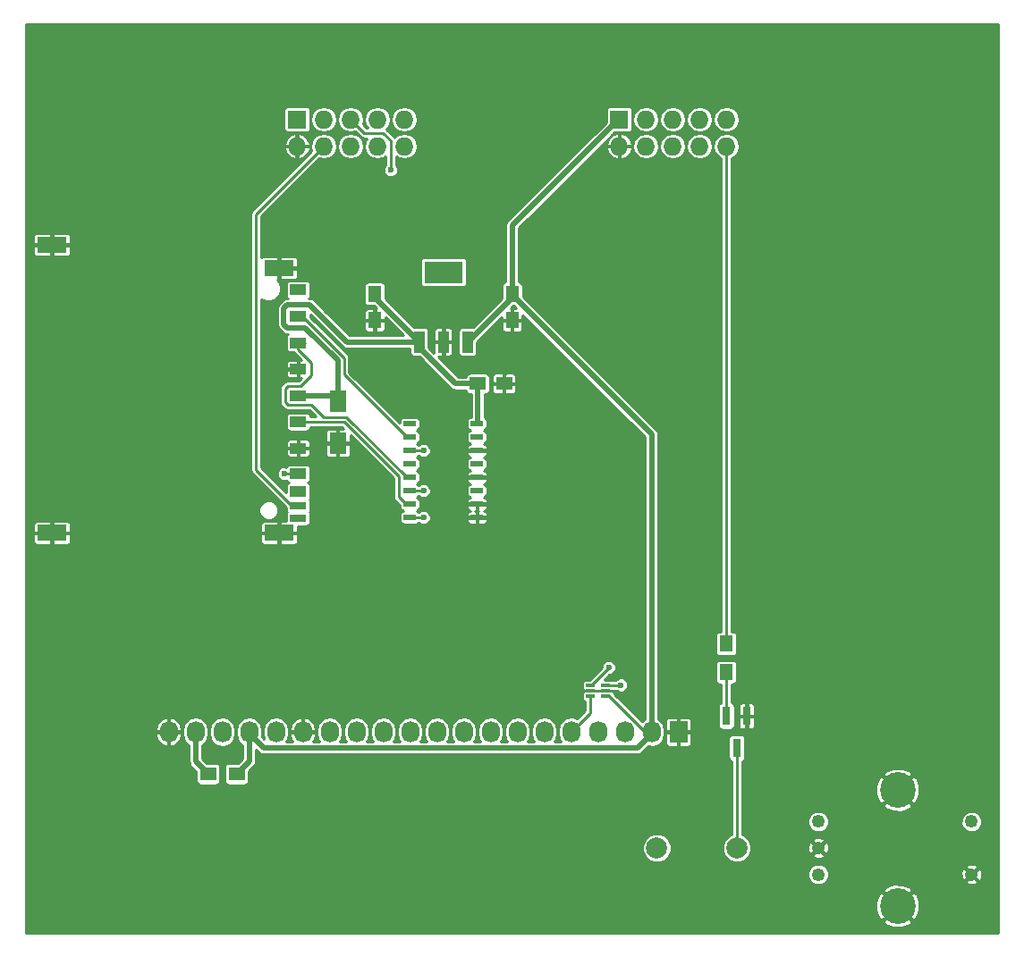
<source format=gbl>
G04 #@! TF.FileFunction,Copper,L2,Bot,Signal*
%FSLAX46Y46*%
G04 Gerber Fmt 4.6, Leading zero omitted, Abs format (unit mm)*
G04 Created by KiCad (PCBNEW (2016-09-20 revision a0104d6)-master) date Mon Oct 17 16:35:46 2016*
%MOMM*%
%LPD*%
G01*
G04 APERTURE LIST*
%ADD10C,0.100000*%
%ADD11C,1.250000*%
%ADD12C,3.375000*%
%ADD13R,0.850000X0.300000*%
%ADD14R,1.501140X0.701040*%
%ADD15R,1.501140X1.000760*%
%ADD16R,2.799080X1.501140*%
%ADD17R,1.016000X2.032000*%
%ADD18R,3.657600X2.032000*%
%ADD19R,1.143000X0.508000*%
%ADD20R,1.250000X1.500000*%
%ADD21R,1.500000X1.250000*%
%ADD22R,1.300000X1.500000*%
%ADD23R,1.600000X2.000000*%
%ADD24R,0.800100X1.800860*%
%ADD25O,1.727200X2.032000*%
%ADD26R,1.727200X2.032000*%
%ADD27O,1.727200X1.727200*%
%ADD28R,1.727200X1.727200*%
%ADD29C,4.150000*%
%ADD30R,1.500000X1.300000*%
%ADD31C,2.000000*%
%ADD32C,0.600000*%
%ADD33C,0.250000*%
%ADD34C,0.500000*%
%ADD35C,0.254000*%
G04 APERTURE END LIST*
D10*
D11*
X172500000Y-129000000D03*
X172500000Y-131500000D03*
X172500000Y-134000000D03*
D12*
X180000000Y-126000000D03*
X180000000Y-137000000D03*
D11*
X187000000Y-134000000D03*
X187000000Y-129000000D03*
D13*
X150913000Y-116086000D03*
X150913000Y-116586000D03*
X150913000Y-117086000D03*
X152363000Y-117086000D03*
X152363000Y-116586000D03*
X152363000Y-116086000D03*
D14*
X123250700Y-100250420D03*
X123250700Y-99049000D03*
D15*
X123250700Y-81124220D03*
D16*
X121449840Y-76549680D03*
X121449840Y-101649960D03*
X99948740Y-74350040D03*
X99948740Y-101649960D03*
D15*
X123250700Y-78624860D03*
X123250700Y-97751060D03*
X123250700Y-96049260D03*
X123250700Y-93626100D03*
X123250700Y-91124200D03*
X123250700Y-88624840D03*
X123250700Y-86125480D03*
X123250700Y-83626120D03*
D17*
X139286000Y-83552000D03*
X134714000Y-83552000D03*
X137000000Y-83552000D03*
D18*
X137000000Y-76948000D03*
D19*
X133825000Y-92575000D03*
X140175000Y-91305000D03*
X140175000Y-92575000D03*
X140175000Y-93845000D03*
X140175000Y-95115000D03*
X140175000Y-96385000D03*
X140175000Y-97655000D03*
X140175000Y-98925000D03*
X140175000Y-100195000D03*
X133825000Y-100195000D03*
X133825000Y-98925000D03*
X133825000Y-97655000D03*
X133825000Y-96385000D03*
X133825000Y-95115000D03*
X133825000Y-93845000D03*
X133825000Y-91305000D03*
D20*
X143500000Y-81500000D03*
X143500000Y-79000000D03*
X130500000Y-81500000D03*
X130500000Y-79000000D03*
D21*
X142750000Y-87500000D03*
X140250000Y-87500000D03*
D22*
X163750000Y-114850000D03*
X163750000Y-112150000D03*
D23*
X127000000Y-93150000D03*
X127000000Y-89150000D03*
D24*
X164750000Y-122001140D03*
X165700000Y-118998860D03*
X163800000Y-118998860D03*
D25*
X110990000Y-120500000D03*
X113530000Y-120500000D03*
X116070000Y-120500000D03*
X118610000Y-120500000D03*
X121150000Y-120500000D03*
X123690000Y-120500000D03*
X126230000Y-120500000D03*
X128770000Y-120500000D03*
X131310000Y-120500000D03*
X133850000Y-120500000D03*
X136390000Y-120500000D03*
X138930000Y-120500000D03*
X141470000Y-120500000D03*
X144010000Y-120500000D03*
X146550000Y-120500000D03*
X149090000Y-120500000D03*
X151630000Y-120500000D03*
X154170000Y-120500000D03*
X156710000Y-120500000D03*
D26*
X159250000Y-120500000D03*
D27*
X133300000Y-65000000D03*
X133300000Y-62460000D03*
X130760000Y-65000000D03*
X130760000Y-62460000D03*
X128220000Y-65000000D03*
X128220000Y-62460000D03*
X125680000Y-65000000D03*
X125680000Y-62460000D03*
X123140000Y-65000000D03*
D28*
X123140000Y-62460000D03*
D29*
X99500000Y-55500000D03*
X187500000Y-120500000D03*
X99500000Y-120500000D03*
D30*
X114717840Y-124495560D03*
X117417840Y-124495560D03*
D31*
X164799840Y-131500000D03*
X157200160Y-131500000D03*
D29*
X187500000Y-55500000D03*
D27*
X163800000Y-65000000D03*
X163800000Y-62460000D03*
X161260000Y-65000000D03*
X161260000Y-62460000D03*
X158720000Y-65000000D03*
X158720000Y-62460000D03*
X156180000Y-65000000D03*
X156180000Y-62460000D03*
X153640000Y-65000000D03*
D28*
X153640000Y-62460000D03*
D32*
X121920000Y-96050100D03*
X135115300Y-100195380D03*
X135115300Y-93845380D03*
X135115300Y-97655380D03*
X132000000Y-67250000D03*
X153800000Y-116050000D03*
X152650000Y-114400000D03*
D33*
X152363000Y-116586000D02*
X152986000Y-116586000D01*
X152986000Y-116586000D02*
X153100000Y-116700000D01*
X150913000Y-116586000D02*
X150314000Y-116586000D01*
X150314000Y-116586000D02*
X150300000Y-116600000D01*
X150913000Y-116586000D02*
X152363000Y-116586000D01*
D34*
X126523900Y-93626100D02*
X127000000Y-93150000D01*
X123885532Y-82200000D02*
X127000000Y-85314468D01*
X127000000Y-85314468D02*
X127000000Y-89150000D01*
X122200000Y-82200000D02*
X123885532Y-82200000D01*
X121900000Y-81900000D02*
X122200000Y-82200000D01*
X121900000Y-80350000D02*
X121900000Y-81900000D01*
X122200000Y-80050000D02*
X121900000Y-80350000D01*
X124350000Y-80050000D02*
X122200000Y-80050000D01*
X127852000Y-83552000D02*
X124350000Y-80050000D01*
X134714000Y-83552000D02*
X127852000Y-83552000D01*
X134714000Y-84060000D02*
X138154000Y-87500000D01*
X139000000Y-87500000D02*
X140250000Y-87500000D01*
X138154000Y-87500000D02*
X139000000Y-87500000D01*
X140250000Y-87500000D02*
X140250000Y-91230000D01*
X130500000Y-79338000D02*
X134714000Y-83552000D01*
X134714000Y-83552000D02*
X134714000Y-84060000D01*
X123000510Y-88624840D02*
X123250700Y-88624840D01*
X130500000Y-79000000D02*
X130500000Y-79338000D01*
X140250000Y-91230000D02*
X140175000Y-91305000D01*
X123250700Y-88624840D02*
X126474840Y-88624840D01*
X126474840Y-88624840D02*
X127000000Y-89150000D01*
X153640000Y-62460000D02*
X153540000Y-62460000D01*
X153540000Y-62460000D02*
X143500000Y-72500000D01*
X143500000Y-72500000D02*
X143500000Y-77750000D01*
X143500000Y-77750000D02*
X143500000Y-79000000D01*
X143500000Y-79338000D02*
X139286000Y-83552000D01*
X143500000Y-79125000D02*
X156710000Y-92335000D01*
X156710000Y-92335000D02*
X156710000Y-118984000D01*
X143500000Y-79000000D02*
X143500000Y-79125000D01*
X143500000Y-79000000D02*
X143500000Y-79338000D01*
X156710000Y-118984000D02*
X156710000Y-120500000D01*
X118610000Y-120500000D02*
X118610000Y-123303400D01*
X118610000Y-123303400D02*
X117417840Y-124495560D01*
D33*
X156052000Y-120500000D02*
X152638000Y-117086000D01*
X156710000Y-120500000D02*
X156052000Y-120500000D01*
X152638000Y-117086000D02*
X152363000Y-117086000D01*
X152363000Y-117086000D02*
X152589348Y-117086000D01*
X156710000Y-120500000D02*
X156710000Y-120347600D01*
X156710000Y-120500000D02*
X156710000Y-119810000D01*
D34*
X118610000Y-120652400D02*
X119973600Y-122016000D01*
X155346400Y-122016000D02*
X156710000Y-120652400D01*
X119973600Y-122016000D02*
X155346400Y-122016000D01*
X118610000Y-120500000D02*
X118610000Y-120652400D01*
D33*
X125680000Y-65000000D02*
X119250000Y-71430000D01*
X119250000Y-95650000D02*
X122649000Y-99049000D01*
X119250000Y-71430000D02*
X119250000Y-95650000D01*
X122649000Y-99049000D02*
X123250700Y-99049000D01*
D34*
X113530000Y-120500000D02*
X113530000Y-123307720D01*
X113530000Y-123307720D02*
X114717840Y-124495560D01*
D33*
X163800000Y-65000000D02*
X163800000Y-112100000D01*
X163800000Y-112100000D02*
X163750000Y-112150000D01*
X163800000Y-112100000D02*
X163750000Y-112150000D01*
X163800000Y-111450000D02*
X163750000Y-112150000D01*
X163750000Y-114850000D02*
X163750000Y-118948860D01*
X163750000Y-118948860D02*
X163800000Y-118998860D01*
X163750000Y-118948860D02*
X163800000Y-118998860D01*
X164750000Y-122001140D02*
X164750000Y-131450160D01*
X164750000Y-131450160D02*
X164799840Y-131500000D01*
X122250000Y-89500000D02*
X124500000Y-89500000D01*
X124500000Y-89500000D02*
X125674190Y-90674190D01*
X125674190Y-90674190D02*
X127796690Y-90674190D01*
X127796690Y-90674190D02*
X133507500Y-96385000D01*
X133507500Y-96385000D02*
X133825000Y-96385000D01*
X122500000Y-89500000D02*
X122250000Y-89500000D01*
X122500000Y-89500000D02*
X123250000Y-89500000D01*
X123250700Y-84250000D02*
X123250700Y-83626120D01*
X124500000Y-85500000D02*
X123250700Y-84250700D01*
X123500000Y-87750000D02*
X124500000Y-86750000D01*
X122000000Y-88000000D02*
X122250000Y-87750000D01*
X123250700Y-84250700D02*
X123250700Y-84250000D01*
X124500000Y-86750000D02*
X124500000Y-85500000D01*
X122250000Y-87750000D02*
X123500000Y-87750000D01*
X122000000Y-89250000D02*
X122000000Y-88000000D01*
X122250000Y-89500000D02*
X122000000Y-89250000D01*
X123250700Y-83626120D02*
X123876120Y-83626120D01*
X133825000Y-98925000D02*
X133475000Y-98925000D01*
X133475000Y-98925000D02*
X132750000Y-98200000D01*
X132750000Y-98200000D02*
X132750000Y-96263910D01*
X132750000Y-96263910D02*
X127610290Y-91124200D01*
X127610290Y-91124200D02*
X123250700Y-91124200D01*
X133825000Y-98925000D02*
X133507500Y-98925000D01*
X123250700Y-81124220D02*
X123622938Y-81124220D01*
X123622938Y-81124220D02*
X127575010Y-85076292D01*
X127575010Y-85076292D02*
X127575010Y-86642510D01*
X133507500Y-92575000D02*
X133825000Y-92575000D01*
X127575010Y-86642510D02*
X133507500Y-92575000D01*
X121920840Y-96049260D02*
X121920000Y-96050100D01*
X123250700Y-96049260D02*
X121920840Y-96049260D01*
X135114920Y-100195000D02*
X135115300Y-100195380D01*
X133825000Y-100195000D02*
X135114920Y-100195000D01*
X135114920Y-93845000D02*
X135115300Y-93845380D01*
X133825000Y-93845000D02*
X135114920Y-93845000D01*
X135114920Y-97655000D02*
X135115300Y-97655380D01*
X133825000Y-97655000D02*
X135114920Y-97655000D01*
X128220000Y-62460000D02*
X129510000Y-63750000D01*
X131269130Y-63750000D02*
X132000000Y-64480870D01*
X129510000Y-63750000D02*
X131269130Y-63750000D01*
X132000000Y-64480870D02*
X132000000Y-67250000D01*
X152363000Y-116086000D02*
X153764000Y-116086000D01*
X153764000Y-116086000D02*
X153800000Y-116050000D01*
X150913000Y-117086000D02*
X150913000Y-118677000D01*
X150913000Y-118677000D02*
X149090000Y-120500000D01*
X150913000Y-116086000D02*
X150964000Y-116086000D01*
X150964000Y-116086000D02*
X152650000Y-114400000D01*
D35*
G36*
X189544000Y-139544000D02*
X97456000Y-139544000D01*
X97456000Y-138468147D01*
X178621656Y-138468147D01*
X178812281Y-138742788D01*
X179569627Y-139064646D01*
X180392493Y-139072181D01*
X181155606Y-138764246D01*
X181187719Y-138742788D01*
X181378344Y-138468147D01*
X180000000Y-137089803D01*
X178621656Y-138468147D01*
X97456000Y-138468147D01*
X97456000Y-137392493D01*
X177927819Y-137392493D01*
X178235754Y-138155606D01*
X178257212Y-138187719D01*
X178531853Y-138378344D01*
X179910197Y-137000000D01*
X180089803Y-137000000D01*
X181468147Y-138378344D01*
X181742788Y-138187719D01*
X182064646Y-137430373D01*
X182072181Y-136607507D01*
X181764246Y-135844394D01*
X181742788Y-135812281D01*
X181468147Y-135621656D01*
X180089803Y-137000000D01*
X179910197Y-137000000D01*
X178531853Y-135621656D01*
X178257212Y-135812281D01*
X177935354Y-136569627D01*
X177927819Y-137392493D01*
X97456000Y-137392493D01*
X97456000Y-135531853D01*
X178621656Y-135531853D01*
X180000000Y-136910197D01*
X181378344Y-135531853D01*
X181187719Y-135257212D01*
X180430373Y-134935354D01*
X179607507Y-134927819D01*
X178844394Y-135235754D01*
X178812281Y-135257212D01*
X178621656Y-135531853D01*
X97456000Y-135531853D01*
X97456000Y-134199228D01*
X171493825Y-134199228D01*
X171646657Y-134569109D01*
X171929403Y-134852348D01*
X172299016Y-135005825D01*
X172699228Y-135006175D01*
X173069109Y-134853343D01*
X173221416Y-134701301D01*
X186388501Y-134701301D01*
X186449633Y-134865549D01*
X186822758Y-135010279D01*
X187222867Y-135001203D01*
X187550367Y-134865549D01*
X187611499Y-134701301D01*
X187000000Y-134089803D01*
X186388501Y-134701301D01*
X173221416Y-134701301D01*
X173352348Y-134570597D01*
X173505825Y-134200984D01*
X173506155Y-133822758D01*
X185989721Y-133822758D01*
X185998797Y-134222867D01*
X186134451Y-134550367D01*
X186298699Y-134611499D01*
X186910197Y-134000000D01*
X187089803Y-134000000D01*
X187701301Y-134611499D01*
X187865549Y-134550367D01*
X188010279Y-134177242D01*
X188001203Y-133777133D01*
X187865549Y-133449633D01*
X187701301Y-133388501D01*
X187089803Y-134000000D01*
X186910197Y-134000000D01*
X186298699Y-133388501D01*
X186134451Y-133449633D01*
X185989721Y-133822758D01*
X173506155Y-133822758D01*
X173506175Y-133800772D01*
X173353343Y-133430891D01*
X173221382Y-133298699D01*
X186388501Y-133298699D01*
X187000000Y-133910197D01*
X187611499Y-133298699D01*
X187550367Y-133134451D01*
X187177242Y-132989721D01*
X186777133Y-132998797D01*
X186449633Y-133134451D01*
X186388501Y-133298699D01*
X173221382Y-133298699D01*
X173070597Y-133147652D01*
X172700984Y-132994175D01*
X172300772Y-132993825D01*
X171930891Y-133146657D01*
X171647652Y-133429403D01*
X171494175Y-133799016D01*
X171493825Y-134199228D01*
X97456000Y-134199228D01*
X97456000Y-131773493D01*
X155818921Y-131773493D01*
X156028723Y-132281251D01*
X156416865Y-132670072D01*
X156924257Y-132880759D01*
X157473653Y-132881239D01*
X157981411Y-132671437D01*
X158370232Y-132283295D01*
X158580919Y-131775903D01*
X158580921Y-131773493D01*
X163418601Y-131773493D01*
X163628403Y-132281251D01*
X164016545Y-132670072D01*
X164523937Y-132880759D01*
X165073333Y-132881239D01*
X165581091Y-132671437D01*
X165969912Y-132283295D01*
X166003958Y-132201301D01*
X171888501Y-132201301D01*
X171949633Y-132365549D01*
X172322758Y-132510279D01*
X172722867Y-132501203D01*
X173050367Y-132365549D01*
X173111499Y-132201301D01*
X172500000Y-131589803D01*
X171888501Y-132201301D01*
X166003958Y-132201301D01*
X166180599Y-131775903D01*
X166180994Y-131322758D01*
X171489721Y-131322758D01*
X171498797Y-131722867D01*
X171634451Y-132050367D01*
X171798699Y-132111499D01*
X172410197Y-131500000D01*
X172589803Y-131500000D01*
X173201301Y-132111499D01*
X173365549Y-132050367D01*
X173510279Y-131677242D01*
X173501203Y-131277133D01*
X173365549Y-130949633D01*
X173201301Y-130888501D01*
X172589803Y-131500000D01*
X172410197Y-131500000D01*
X171798699Y-130888501D01*
X171634451Y-130949633D01*
X171489721Y-131322758D01*
X166180994Y-131322758D01*
X166181079Y-131226507D01*
X166004312Y-130798699D01*
X171888501Y-130798699D01*
X172500000Y-131410197D01*
X173111499Y-130798699D01*
X173050367Y-130634451D01*
X172677242Y-130489721D01*
X172277133Y-130498797D01*
X171949633Y-130634451D01*
X171888501Y-130798699D01*
X166004312Y-130798699D01*
X165971277Y-130718749D01*
X165583135Y-130329928D01*
X165256000Y-130194090D01*
X165256000Y-129199228D01*
X171493825Y-129199228D01*
X171646657Y-129569109D01*
X171929403Y-129852348D01*
X172299016Y-130005825D01*
X172699228Y-130006175D01*
X173069109Y-129853343D01*
X173352348Y-129570597D01*
X173505825Y-129200984D01*
X173505826Y-129199228D01*
X185993825Y-129199228D01*
X186146657Y-129569109D01*
X186429403Y-129852348D01*
X186799016Y-130005825D01*
X187199228Y-130006175D01*
X187569109Y-129853343D01*
X187852348Y-129570597D01*
X188005825Y-129200984D01*
X188006175Y-128800772D01*
X187853343Y-128430891D01*
X187570597Y-128147652D01*
X187200984Y-127994175D01*
X186800772Y-127993825D01*
X186430891Y-128146657D01*
X186147652Y-128429403D01*
X185994175Y-128799016D01*
X185993825Y-129199228D01*
X173505826Y-129199228D01*
X173506175Y-128800772D01*
X173353343Y-128430891D01*
X173070597Y-128147652D01*
X172700984Y-127994175D01*
X172300772Y-127993825D01*
X171930891Y-128146657D01*
X171647652Y-128429403D01*
X171494175Y-128799016D01*
X171493825Y-129199228D01*
X165256000Y-129199228D01*
X165256000Y-127468147D01*
X178621656Y-127468147D01*
X178812281Y-127742788D01*
X179569627Y-128064646D01*
X180392493Y-128072181D01*
X181155606Y-127764246D01*
X181187719Y-127742788D01*
X181378344Y-127468147D01*
X180000000Y-126089803D01*
X178621656Y-127468147D01*
X165256000Y-127468147D01*
X165256000Y-126392493D01*
X177927819Y-126392493D01*
X178235754Y-127155606D01*
X178257212Y-127187719D01*
X178531853Y-127378344D01*
X179910197Y-126000000D01*
X180089803Y-126000000D01*
X181468147Y-127378344D01*
X181742788Y-127187719D01*
X182064646Y-126430373D01*
X182072181Y-125607507D01*
X181764246Y-124844394D01*
X181742788Y-124812281D01*
X181468147Y-124621656D01*
X180089803Y-126000000D01*
X179910197Y-126000000D01*
X178531853Y-124621656D01*
X178257212Y-124812281D01*
X177935354Y-125569627D01*
X177927819Y-126392493D01*
X165256000Y-126392493D01*
X165256000Y-124531853D01*
X178621656Y-124531853D01*
X180000000Y-125910197D01*
X181378344Y-124531853D01*
X181187719Y-124257212D01*
X180430373Y-123935354D01*
X179607507Y-123927819D01*
X178844394Y-124235754D01*
X178812281Y-124257212D01*
X178621656Y-124531853D01*
X165256000Y-124531853D01*
X165256000Y-123268959D01*
X165298709Y-123260464D01*
X165424736Y-123176256D01*
X165508944Y-123050229D01*
X165538514Y-122901570D01*
X165538514Y-121100710D01*
X165508944Y-120952051D01*
X165424736Y-120826024D01*
X165298709Y-120741816D01*
X165150050Y-120712246D01*
X164349950Y-120712246D01*
X164201291Y-120741816D01*
X164075264Y-120826024D01*
X163991056Y-120952051D01*
X163961486Y-121100710D01*
X163961486Y-122901570D01*
X163991056Y-123050229D01*
X164075264Y-123176256D01*
X164201291Y-123260464D01*
X164244000Y-123268959D01*
X164244000Y-130235425D01*
X164018589Y-130328563D01*
X163629768Y-130716705D01*
X163419081Y-131224097D01*
X163418601Y-131773493D01*
X158580921Y-131773493D01*
X158581399Y-131226507D01*
X158371597Y-130718749D01*
X157983455Y-130329928D01*
X157476063Y-130119241D01*
X156926667Y-130118761D01*
X156418909Y-130328563D01*
X156030088Y-130716705D01*
X155819401Y-131224097D01*
X155818921Y-131773493D01*
X97456000Y-131773493D01*
X97456000Y-120563500D01*
X109745400Y-120563500D01*
X109745400Y-120715900D01*
X109864440Y-121187354D01*
X110154836Y-121577366D01*
X110572378Y-121826561D01*
X110732837Y-121870142D01*
X110926500Y-121799995D01*
X110926500Y-120563500D01*
X111053500Y-120563500D01*
X111053500Y-121799995D01*
X111247163Y-121870142D01*
X111407622Y-121826561D01*
X111825164Y-121577366D01*
X112115560Y-121187354D01*
X112234600Y-120715900D01*
X112234600Y-120563500D01*
X111053500Y-120563500D01*
X110926500Y-120563500D01*
X109745400Y-120563500D01*
X97456000Y-120563500D01*
X97456000Y-120284100D01*
X109745400Y-120284100D01*
X109745400Y-120436500D01*
X110926500Y-120436500D01*
X110926500Y-119200005D01*
X111053500Y-119200005D01*
X111053500Y-120436500D01*
X112234600Y-120436500D01*
X112234600Y-120320231D01*
X112285400Y-120320231D01*
X112285400Y-120679769D01*
X112380140Y-121156057D01*
X112649935Y-121559834D01*
X112899000Y-121726254D01*
X112899000Y-123307720D01*
X112928713Y-123457096D01*
X112947032Y-123549193D01*
X113083816Y-123753904D01*
X113579376Y-124249464D01*
X113579376Y-125145560D01*
X113608946Y-125294219D01*
X113693154Y-125420246D01*
X113819181Y-125504454D01*
X113967840Y-125534024D01*
X115467840Y-125534024D01*
X115616499Y-125504454D01*
X115742526Y-125420246D01*
X115826734Y-125294219D01*
X115856304Y-125145560D01*
X115856304Y-123845560D01*
X116279376Y-123845560D01*
X116279376Y-125145560D01*
X116308946Y-125294219D01*
X116393154Y-125420246D01*
X116519181Y-125504454D01*
X116667840Y-125534024D01*
X118167840Y-125534024D01*
X118316499Y-125504454D01*
X118442526Y-125420246D01*
X118526734Y-125294219D01*
X118556304Y-125145560D01*
X118556304Y-124249464D01*
X119056184Y-123749584D01*
X119192968Y-123544873D01*
X119241000Y-123303400D01*
X119241000Y-122175769D01*
X119527416Y-122462185D01*
X119732127Y-122598968D01*
X119973600Y-122647000D01*
X155346400Y-122647000D01*
X155587873Y-122598968D01*
X155792584Y-122462184D01*
X156393379Y-121861389D01*
X156710000Y-121924369D01*
X157186288Y-121829629D01*
X157590065Y-121559834D01*
X157859860Y-121156057D01*
X157954600Y-120679769D01*
X157954600Y-120658750D01*
X158005400Y-120658750D01*
X158005400Y-121591786D01*
X158063404Y-121731820D01*
X158170581Y-121838996D01*
X158310615Y-121897000D01*
X159091250Y-121897000D01*
X159186500Y-121801750D01*
X159186500Y-120563500D01*
X159313500Y-120563500D01*
X159313500Y-121801750D01*
X159408750Y-121897000D01*
X160189385Y-121897000D01*
X160329419Y-121838996D01*
X160436596Y-121731820D01*
X160494600Y-121591786D01*
X160494600Y-120658750D01*
X160399350Y-120563500D01*
X159313500Y-120563500D01*
X159186500Y-120563500D01*
X158100650Y-120563500D01*
X158005400Y-120658750D01*
X157954600Y-120658750D01*
X157954600Y-120320231D01*
X157859860Y-119843943D01*
X157590065Y-119440166D01*
X157542246Y-119408214D01*
X158005400Y-119408214D01*
X158005400Y-120341250D01*
X158100650Y-120436500D01*
X159186500Y-120436500D01*
X159186500Y-119198250D01*
X159313500Y-119198250D01*
X159313500Y-120436500D01*
X160399350Y-120436500D01*
X160494600Y-120341250D01*
X160494600Y-119408214D01*
X160436596Y-119268180D01*
X160329419Y-119161004D01*
X160189385Y-119103000D01*
X159408750Y-119103000D01*
X159313500Y-119198250D01*
X159186500Y-119198250D01*
X159091250Y-119103000D01*
X158310615Y-119103000D01*
X158170581Y-119161004D01*
X158063404Y-119268180D01*
X158005400Y-119408214D01*
X157542246Y-119408214D01*
X157341000Y-119273746D01*
X157341000Y-114100000D01*
X162711536Y-114100000D01*
X162711536Y-115600000D01*
X162741106Y-115748659D01*
X162825314Y-115874686D01*
X162951341Y-115958894D01*
X163100000Y-115988464D01*
X163244000Y-115988464D01*
X163244000Y-117744408D01*
X163125264Y-117823744D01*
X163041056Y-117949771D01*
X163011486Y-118098430D01*
X163011486Y-119899290D01*
X163041056Y-120047949D01*
X163125264Y-120173976D01*
X163251291Y-120258184D01*
X163399950Y-120287754D01*
X164200050Y-120287754D01*
X164348709Y-120258184D01*
X164474736Y-120173976D01*
X164558944Y-120047949D01*
X164588514Y-119899290D01*
X164588514Y-119157610D01*
X164918950Y-119157610D01*
X164918950Y-119975075D01*
X164976954Y-120115109D01*
X165084130Y-120222286D01*
X165224164Y-120280290D01*
X165541250Y-120280290D01*
X165636500Y-120185040D01*
X165636500Y-119062360D01*
X165763500Y-119062360D01*
X165763500Y-120185040D01*
X165858750Y-120280290D01*
X166175836Y-120280290D01*
X166315870Y-120222286D01*
X166423046Y-120115109D01*
X166481050Y-119975075D01*
X166481050Y-119157610D01*
X166385800Y-119062360D01*
X165763500Y-119062360D01*
X165636500Y-119062360D01*
X165014200Y-119062360D01*
X164918950Y-119157610D01*
X164588514Y-119157610D01*
X164588514Y-118098430D01*
X164573440Y-118022645D01*
X164918950Y-118022645D01*
X164918950Y-118840110D01*
X165014200Y-118935360D01*
X165636500Y-118935360D01*
X165636500Y-117812680D01*
X165763500Y-117812680D01*
X165763500Y-118935360D01*
X166385800Y-118935360D01*
X166481050Y-118840110D01*
X166481050Y-118022645D01*
X166423046Y-117882611D01*
X166315870Y-117775434D01*
X166175836Y-117717430D01*
X165858750Y-117717430D01*
X165763500Y-117812680D01*
X165636500Y-117812680D01*
X165541250Y-117717430D01*
X165224164Y-117717430D01*
X165084130Y-117775434D01*
X164976954Y-117882611D01*
X164918950Y-118022645D01*
X164573440Y-118022645D01*
X164558944Y-117949771D01*
X164474736Y-117823744D01*
X164348709Y-117739536D01*
X164256000Y-117721095D01*
X164256000Y-115988464D01*
X164400000Y-115988464D01*
X164548659Y-115958894D01*
X164674686Y-115874686D01*
X164758894Y-115748659D01*
X164788464Y-115600000D01*
X164788464Y-114100000D01*
X164758894Y-113951341D01*
X164674686Y-113825314D01*
X164548659Y-113741106D01*
X164400000Y-113711536D01*
X163100000Y-113711536D01*
X162951341Y-113741106D01*
X162825314Y-113825314D01*
X162741106Y-113951341D01*
X162711536Y-114100000D01*
X157341000Y-114100000D01*
X157341000Y-92335000D01*
X157292968Y-92093527D01*
X157292968Y-92093526D01*
X157156184Y-91888816D01*
X144513464Y-79246096D01*
X144513464Y-78250000D01*
X144483894Y-78101341D01*
X144399686Y-77975314D01*
X144273659Y-77891106D01*
X144131000Y-77862729D01*
X144131000Y-72761368D01*
X151635205Y-65257163D01*
X152422258Y-65257163D01*
X152597079Y-65679235D01*
X152936399Y-66026640D01*
X153382836Y-66217748D01*
X153576500Y-66147735D01*
X153576500Y-65063500D01*
X153703500Y-65063500D01*
X153703500Y-66147735D01*
X153897164Y-66217748D01*
X154343601Y-66026640D01*
X154682921Y-65679235D01*
X154857742Y-65257163D01*
X154787595Y-65063500D01*
X153703500Y-65063500D01*
X153576500Y-65063500D01*
X152492405Y-65063500D01*
X152422258Y-65257163D01*
X151635205Y-65257163D01*
X151892368Y-65000000D01*
X154911017Y-65000000D01*
X155005757Y-65476288D01*
X155275552Y-65880065D01*
X155679329Y-66149860D01*
X156155617Y-66244600D01*
X156204383Y-66244600D01*
X156680671Y-66149860D01*
X157084448Y-65880065D01*
X157354243Y-65476288D01*
X157448983Y-65000000D01*
X157451017Y-65000000D01*
X157545757Y-65476288D01*
X157815552Y-65880065D01*
X158219329Y-66149860D01*
X158695617Y-66244600D01*
X158744383Y-66244600D01*
X159220671Y-66149860D01*
X159624448Y-65880065D01*
X159894243Y-65476288D01*
X159988983Y-65000000D01*
X159991017Y-65000000D01*
X160085757Y-65476288D01*
X160355552Y-65880065D01*
X160759329Y-66149860D01*
X161235617Y-66244600D01*
X161284383Y-66244600D01*
X161760671Y-66149860D01*
X162164448Y-65880065D01*
X162434243Y-65476288D01*
X162528983Y-65000000D01*
X162531017Y-65000000D01*
X162625757Y-65476288D01*
X162895552Y-65880065D01*
X163294000Y-66146299D01*
X163294000Y-111011536D01*
X163100000Y-111011536D01*
X162951341Y-111041106D01*
X162825314Y-111125314D01*
X162741106Y-111251341D01*
X162711536Y-111400000D01*
X162711536Y-112900000D01*
X162741106Y-113048659D01*
X162825314Y-113174686D01*
X162951341Y-113258894D01*
X163100000Y-113288464D01*
X164400000Y-113288464D01*
X164548659Y-113258894D01*
X164674686Y-113174686D01*
X164758894Y-113048659D01*
X164788464Y-112900000D01*
X164788464Y-111400000D01*
X164758894Y-111251341D01*
X164674686Y-111125314D01*
X164548659Y-111041106D01*
X164400000Y-111011536D01*
X164306000Y-111011536D01*
X164306000Y-66146299D01*
X164704448Y-65880065D01*
X164974243Y-65476288D01*
X165068983Y-65000000D01*
X164974243Y-64523712D01*
X164704448Y-64119935D01*
X164300671Y-63850140D01*
X163824383Y-63755400D01*
X163775617Y-63755400D01*
X163299329Y-63850140D01*
X162895552Y-64119935D01*
X162625757Y-64523712D01*
X162531017Y-65000000D01*
X162528983Y-65000000D01*
X162434243Y-64523712D01*
X162164448Y-64119935D01*
X161760671Y-63850140D01*
X161284383Y-63755400D01*
X161235617Y-63755400D01*
X160759329Y-63850140D01*
X160355552Y-64119935D01*
X160085757Y-64523712D01*
X159991017Y-65000000D01*
X159988983Y-65000000D01*
X159894243Y-64523712D01*
X159624448Y-64119935D01*
X159220671Y-63850140D01*
X158744383Y-63755400D01*
X158695617Y-63755400D01*
X158219329Y-63850140D01*
X157815552Y-64119935D01*
X157545757Y-64523712D01*
X157451017Y-65000000D01*
X157448983Y-65000000D01*
X157354243Y-64523712D01*
X157084448Y-64119935D01*
X156680671Y-63850140D01*
X156204383Y-63755400D01*
X156155617Y-63755400D01*
X155679329Y-63850140D01*
X155275552Y-64119935D01*
X155005757Y-64523712D01*
X154911017Y-65000000D01*
X151892368Y-65000000D01*
X152149531Y-64742837D01*
X152422258Y-64742837D01*
X152492405Y-64936500D01*
X153576500Y-64936500D01*
X153576500Y-63852265D01*
X153703500Y-63852265D01*
X153703500Y-64936500D01*
X154787595Y-64936500D01*
X154857742Y-64742837D01*
X154682921Y-64320765D01*
X154343601Y-63973360D01*
X153897164Y-63782252D01*
X153703500Y-63852265D01*
X153576500Y-63852265D01*
X153382836Y-63782252D01*
X152936399Y-63973360D01*
X152597079Y-64320765D01*
X152422258Y-64742837D01*
X152149531Y-64742837D01*
X153180304Y-63712064D01*
X154503600Y-63712064D01*
X154652259Y-63682494D01*
X154778286Y-63598286D01*
X154862494Y-63472259D01*
X154892064Y-63323600D01*
X154892064Y-62460000D01*
X154911017Y-62460000D01*
X155005757Y-62936288D01*
X155275552Y-63340065D01*
X155679329Y-63609860D01*
X156155617Y-63704600D01*
X156204383Y-63704600D01*
X156680671Y-63609860D01*
X157084448Y-63340065D01*
X157354243Y-62936288D01*
X157448983Y-62460000D01*
X157451017Y-62460000D01*
X157545757Y-62936288D01*
X157815552Y-63340065D01*
X158219329Y-63609860D01*
X158695617Y-63704600D01*
X158744383Y-63704600D01*
X159220671Y-63609860D01*
X159624448Y-63340065D01*
X159894243Y-62936288D01*
X159988983Y-62460000D01*
X159991017Y-62460000D01*
X160085757Y-62936288D01*
X160355552Y-63340065D01*
X160759329Y-63609860D01*
X161235617Y-63704600D01*
X161284383Y-63704600D01*
X161760671Y-63609860D01*
X162164448Y-63340065D01*
X162434243Y-62936288D01*
X162528983Y-62460000D01*
X162531017Y-62460000D01*
X162625757Y-62936288D01*
X162895552Y-63340065D01*
X163299329Y-63609860D01*
X163775617Y-63704600D01*
X163824383Y-63704600D01*
X164300671Y-63609860D01*
X164704448Y-63340065D01*
X164974243Y-62936288D01*
X165068983Y-62460000D01*
X164974243Y-61983712D01*
X164704448Y-61579935D01*
X164300671Y-61310140D01*
X163824383Y-61215400D01*
X163775617Y-61215400D01*
X163299329Y-61310140D01*
X162895552Y-61579935D01*
X162625757Y-61983712D01*
X162531017Y-62460000D01*
X162528983Y-62460000D01*
X162434243Y-61983712D01*
X162164448Y-61579935D01*
X161760671Y-61310140D01*
X161284383Y-61215400D01*
X161235617Y-61215400D01*
X160759329Y-61310140D01*
X160355552Y-61579935D01*
X160085757Y-61983712D01*
X159991017Y-62460000D01*
X159988983Y-62460000D01*
X159894243Y-61983712D01*
X159624448Y-61579935D01*
X159220671Y-61310140D01*
X158744383Y-61215400D01*
X158695617Y-61215400D01*
X158219329Y-61310140D01*
X157815552Y-61579935D01*
X157545757Y-61983712D01*
X157451017Y-62460000D01*
X157448983Y-62460000D01*
X157354243Y-61983712D01*
X157084448Y-61579935D01*
X156680671Y-61310140D01*
X156204383Y-61215400D01*
X156155617Y-61215400D01*
X155679329Y-61310140D01*
X155275552Y-61579935D01*
X155005757Y-61983712D01*
X154911017Y-62460000D01*
X154892064Y-62460000D01*
X154892064Y-61596400D01*
X154862494Y-61447741D01*
X154778286Y-61321714D01*
X154652259Y-61237506D01*
X154503600Y-61207936D01*
X152776400Y-61207936D01*
X152627741Y-61237506D01*
X152501714Y-61321714D01*
X152417506Y-61447741D01*
X152387936Y-61596400D01*
X152387936Y-62719696D01*
X143053816Y-72053816D01*
X142917032Y-72258527D01*
X142869000Y-72500000D01*
X142869000Y-77862729D01*
X142726341Y-77891106D01*
X142600314Y-77975314D01*
X142516106Y-78101341D01*
X142486536Y-78250000D01*
X142486536Y-79459096D01*
X139797416Y-82148216D01*
X139794000Y-82147536D01*
X138778000Y-82147536D01*
X138629341Y-82177106D01*
X138503314Y-82261314D01*
X138419106Y-82387341D01*
X138389536Y-82536000D01*
X138389536Y-84568000D01*
X138419106Y-84716659D01*
X138503314Y-84842686D01*
X138629341Y-84926894D01*
X138778000Y-84956464D01*
X139794000Y-84956464D01*
X139942659Y-84926894D01*
X140068686Y-84842686D01*
X140152894Y-84716659D01*
X140182464Y-84568000D01*
X140182464Y-83547904D01*
X142071618Y-81658750D01*
X142494000Y-81658750D01*
X142494000Y-82325786D01*
X142552004Y-82465820D01*
X142659181Y-82572996D01*
X142799215Y-82631000D01*
X143341250Y-82631000D01*
X143436500Y-82535750D01*
X143436500Y-81563500D01*
X143563500Y-81563500D01*
X143563500Y-82535750D01*
X143658750Y-82631000D01*
X144200785Y-82631000D01*
X144340819Y-82572996D01*
X144447996Y-82465820D01*
X144506000Y-82325786D01*
X144506000Y-81658750D01*
X144410750Y-81563500D01*
X143563500Y-81563500D01*
X143436500Y-81563500D01*
X142589250Y-81563500D01*
X142494000Y-81658750D01*
X142071618Y-81658750D01*
X142494000Y-81236368D01*
X142494000Y-81341250D01*
X142589250Y-81436500D01*
X143436500Y-81436500D01*
X143436500Y-80464250D01*
X143351309Y-80379059D01*
X143591904Y-80138464D01*
X143621096Y-80138464D01*
X143851632Y-80369000D01*
X143658750Y-80369000D01*
X143563500Y-80464250D01*
X143563500Y-81436500D01*
X144410750Y-81436500D01*
X144506000Y-81341250D01*
X144506000Y-81023368D01*
X156079000Y-92596368D01*
X156079000Y-119273746D01*
X155829935Y-119440166D01*
X155780998Y-119513406D01*
X153169728Y-116902136D01*
X153157351Y-116839910D01*
X153169000Y-116811786D01*
X153169000Y-116744750D01*
X153073752Y-116649502D01*
X153169000Y-116649502D01*
X153169000Y-116592000D01*
X153378815Y-116592000D01*
X153413741Y-116626987D01*
X153663946Y-116730882D01*
X153934865Y-116731118D01*
X154185252Y-116627661D01*
X154376987Y-116436259D01*
X154480882Y-116186054D01*
X154481118Y-115915135D01*
X154377661Y-115664748D01*
X154186259Y-115473013D01*
X153936054Y-115369118D01*
X153665135Y-115368882D01*
X153414748Y-115472339D01*
X153306900Y-115580000D01*
X152940990Y-115580000D01*
X152936659Y-115577106D01*
X152788000Y-115547536D01*
X152218056Y-115547536D01*
X152684561Y-115081031D01*
X152784865Y-115081118D01*
X153035252Y-114977661D01*
X153226987Y-114786259D01*
X153330882Y-114536054D01*
X153331118Y-114265135D01*
X153227661Y-114014748D01*
X153036259Y-113823013D01*
X152786054Y-113719118D01*
X152515135Y-113718882D01*
X152264748Y-113822339D01*
X152073013Y-114013741D01*
X151969118Y-114263946D01*
X151969030Y-114365378D01*
X150786872Y-115547536D01*
X150488000Y-115547536D01*
X150339341Y-115577106D01*
X150213314Y-115661314D01*
X150129106Y-115787341D01*
X150099536Y-115936000D01*
X150099536Y-116236000D01*
X150118649Y-116332090D01*
X150107000Y-116360214D01*
X150107000Y-116427250D01*
X150202250Y-116522500D01*
X150230995Y-116522500D01*
X150326030Y-116586000D01*
X150230995Y-116649500D01*
X150202250Y-116649500D01*
X150107000Y-116744750D01*
X150107000Y-116811786D01*
X150118649Y-116839910D01*
X150099536Y-116936000D01*
X150099536Y-117236000D01*
X150129106Y-117384659D01*
X150213314Y-117510686D01*
X150339341Y-117594894D01*
X150407000Y-117608352D01*
X150407000Y-118467408D01*
X149648863Y-119225545D01*
X149566288Y-119170371D01*
X149090000Y-119075631D01*
X148613712Y-119170371D01*
X148209935Y-119440166D01*
X147940140Y-119843943D01*
X147845400Y-120320231D01*
X147845400Y-120679769D01*
X147940140Y-121156057D01*
X148093115Y-121385000D01*
X147546885Y-121385000D01*
X147699860Y-121156057D01*
X147794600Y-120679769D01*
X147794600Y-120320231D01*
X147699860Y-119843943D01*
X147430065Y-119440166D01*
X147026288Y-119170371D01*
X146550000Y-119075631D01*
X146073712Y-119170371D01*
X145669935Y-119440166D01*
X145400140Y-119843943D01*
X145305400Y-120320231D01*
X145305400Y-120679769D01*
X145400140Y-121156057D01*
X145553115Y-121385000D01*
X145006885Y-121385000D01*
X145159860Y-121156057D01*
X145254600Y-120679769D01*
X145254600Y-120320231D01*
X145159860Y-119843943D01*
X144890065Y-119440166D01*
X144486288Y-119170371D01*
X144010000Y-119075631D01*
X143533712Y-119170371D01*
X143129935Y-119440166D01*
X142860140Y-119843943D01*
X142765400Y-120320231D01*
X142765400Y-120679769D01*
X142860140Y-121156057D01*
X143013115Y-121385000D01*
X142466885Y-121385000D01*
X142619860Y-121156057D01*
X142714600Y-120679769D01*
X142714600Y-120320231D01*
X142619860Y-119843943D01*
X142350065Y-119440166D01*
X141946288Y-119170371D01*
X141470000Y-119075631D01*
X140993712Y-119170371D01*
X140589935Y-119440166D01*
X140320140Y-119843943D01*
X140225400Y-120320231D01*
X140225400Y-120679769D01*
X140320140Y-121156057D01*
X140473115Y-121385000D01*
X139926885Y-121385000D01*
X140079860Y-121156057D01*
X140174600Y-120679769D01*
X140174600Y-120320231D01*
X140079860Y-119843943D01*
X139810065Y-119440166D01*
X139406288Y-119170371D01*
X138930000Y-119075631D01*
X138453712Y-119170371D01*
X138049935Y-119440166D01*
X137780140Y-119843943D01*
X137685400Y-120320231D01*
X137685400Y-120679769D01*
X137780140Y-121156057D01*
X137933115Y-121385000D01*
X137386885Y-121385000D01*
X137539860Y-121156057D01*
X137634600Y-120679769D01*
X137634600Y-120320231D01*
X137539860Y-119843943D01*
X137270065Y-119440166D01*
X136866288Y-119170371D01*
X136390000Y-119075631D01*
X135913712Y-119170371D01*
X135509935Y-119440166D01*
X135240140Y-119843943D01*
X135145400Y-120320231D01*
X135145400Y-120679769D01*
X135240140Y-121156057D01*
X135393115Y-121385000D01*
X134846885Y-121385000D01*
X134999860Y-121156057D01*
X135094600Y-120679769D01*
X135094600Y-120320231D01*
X134999860Y-119843943D01*
X134730065Y-119440166D01*
X134326288Y-119170371D01*
X133850000Y-119075631D01*
X133373712Y-119170371D01*
X132969935Y-119440166D01*
X132700140Y-119843943D01*
X132605400Y-120320231D01*
X132605400Y-120679769D01*
X132700140Y-121156057D01*
X132853115Y-121385000D01*
X132306885Y-121385000D01*
X132459860Y-121156057D01*
X132554600Y-120679769D01*
X132554600Y-120320231D01*
X132459860Y-119843943D01*
X132190065Y-119440166D01*
X131786288Y-119170371D01*
X131310000Y-119075631D01*
X130833712Y-119170371D01*
X130429935Y-119440166D01*
X130160140Y-119843943D01*
X130065400Y-120320231D01*
X130065400Y-120679769D01*
X130160140Y-121156057D01*
X130313115Y-121385000D01*
X129766885Y-121385000D01*
X129919860Y-121156057D01*
X130014600Y-120679769D01*
X130014600Y-120320231D01*
X129919860Y-119843943D01*
X129650065Y-119440166D01*
X129246288Y-119170371D01*
X128770000Y-119075631D01*
X128293712Y-119170371D01*
X127889935Y-119440166D01*
X127620140Y-119843943D01*
X127525400Y-120320231D01*
X127525400Y-120679769D01*
X127620140Y-121156057D01*
X127773115Y-121385000D01*
X127226885Y-121385000D01*
X127379860Y-121156057D01*
X127474600Y-120679769D01*
X127474600Y-120320231D01*
X127379860Y-119843943D01*
X127110065Y-119440166D01*
X126706288Y-119170371D01*
X126230000Y-119075631D01*
X125753712Y-119170371D01*
X125349935Y-119440166D01*
X125080140Y-119843943D01*
X124985400Y-120320231D01*
X124985400Y-120679769D01*
X125080140Y-121156057D01*
X125233115Y-121385000D01*
X124668396Y-121385000D01*
X124815560Y-121187354D01*
X124934600Y-120715900D01*
X124934600Y-120563500D01*
X123753500Y-120563500D01*
X123753500Y-120583500D01*
X123626500Y-120583500D01*
X123626500Y-120563500D01*
X122445400Y-120563500D01*
X122445400Y-120715900D01*
X122564440Y-121187354D01*
X122711604Y-121385000D01*
X122146885Y-121385000D01*
X122299860Y-121156057D01*
X122394600Y-120679769D01*
X122394600Y-120320231D01*
X122387414Y-120284100D01*
X122445400Y-120284100D01*
X122445400Y-120436500D01*
X123626500Y-120436500D01*
X123626500Y-119200005D01*
X123753500Y-119200005D01*
X123753500Y-120436500D01*
X124934600Y-120436500D01*
X124934600Y-120284100D01*
X124815560Y-119812646D01*
X124525164Y-119422634D01*
X124107622Y-119173439D01*
X123947163Y-119129858D01*
X123753500Y-119200005D01*
X123626500Y-119200005D01*
X123432837Y-119129858D01*
X123272378Y-119173439D01*
X122854836Y-119422634D01*
X122564440Y-119812646D01*
X122445400Y-120284100D01*
X122387414Y-120284100D01*
X122299860Y-119843943D01*
X122030065Y-119440166D01*
X121626288Y-119170371D01*
X121150000Y-119075631D01*
X120673712Y-119170371D01*
X120269935Y-119440166D01*
X120000140Y-119843943D01*
X119905400Y-120320231D01*
X119905400Y-120679769D01*
X119998679Y-121148710D01*
X119800702Y-120950733D01*
X119854600Y-120679769D01*
X119854600Y-120320231D01*
X119759860Y-119843943D01*
X119490065Y-119440166D01*
X119086288Y-119170371D01*
X118610000Y-119075631D01*
X118133712Y-119170371D01*
X117729935Y-119440166D01*
X117460140Y-119843943D01*
X117365400Y-120320231D01*
X117365400Y-120679769D01*
X117460140Y-121156057D01*
X117729935Y-121559834D01*
X117979000Y-121726254D01*
X117979000Y-123042032D01*
X117563936Y-123457096D01*
X116667840Y-123457096D01*
X116519181Y-123486666D01*
X116393154Y-123570874D01*
X116308946Y-123696901D01*
X116279376Y-123845560D01*
X115856304Y-123845560D01*
X115826734Y-123696901D01*
X115742526Y-123570874D01*
X115616499Y-123486666D01*
X115467840Y-123457096D01*
X114571745Y-123457096D01*
X114161000Y-123046352D01*
X114161000Y-121726254D01*
X114410065Y-121559834D01*
X114679860Y-121156057D01*
X114774600Y-120679769D01*
X114774600Y-120320231D01*
X114825400Y-120320231D01*
X114825400Y-120679769D01*
X114920140Y-121156057D01*
X115189935Y-121559834D01*
X115593712Y-121829629D01*
X116070000Y-121924369D01*
X116546288Y-121829629D01*
X116950065Y-121559834D01*
X117219860Y-121156057D01*
X117314600Y-120679769D01*
X117314600Y-120320231D01*
X117219860Y-119843943D01*
X116950065Y-119440166D01*
X116546288Y-119170371D01*
X116070000Y-119075631D01*
X115593712Y-119170371D01*
X115189935Y-119440166D01*
X114920140Y-119843943D01*
X114825400Y-120320231D01*
X114774600Y-120320231D01*
X114679860Y-119843943D01*
X114410065Y-119440166D01*
X114006288Y-119170371D01*
X113530000Y-119075631D01*
X113053712Y-119170371D01*
X112649935Y-119440166D01*
X112380140Y-119843943D01*
X112285400Y-120320231D01*
X112234600Y-120320231D01*
X112234600Y-120284100D01*
X112115560Y-119812646D01*
X111825164Y-119422634D01*
X111407622Y-119173439D01*
X111247163Y-119129858D01*
X111053500Y-119200005D01*
X110926500Y-119200005D01*
X110732837Y-119129858D01*
X110572378Y-119173439D01*
X110154836Y-119422634D01*
X109864440Y-119812646D01*
X109745400Y-120284100D01*
X97456000Y-120284100D01*
X97456000Y-101808710D01*
X98168200Y-101808710D01*
X98168200Y-102476316D01*
X98226204Y-102616350D01*
X98333381Y-102723526D01*
X98473415Y-102781530D01*
X99789990Y-102781530D01*
X99885240Y-102686280D01*
X99885240Y-101713460D01*
X100012240Y-101713460D01*
X100012240Y-102686280D01*
X100107490Y-102781530D01*
X101424065Y-102781530D01*
X101564099Y-102723526D01*
X101671276Y-102616350D01*
X101729280Y-102476316D01*
X101729280Y-101808710D01*
X119669300Y-101808710D01*
X119669300Y-102476316D01*
X119727304Y-102616350D01*
X119834481Y-102723526D01*
X119974515Y-102781530D01*
X121291090Y-102781530D01*
X121386340Y-102686280D01*
X121386340Y-101713460D01*
X121513340Y-101713460D01*
X121513340Y-102686280D01*
X121608590Y-102781530D01*
X122925165Y-102781530D01*
X123065199Y-102723526D01*
X123172376Y-102616350D01*
X123230380Y-102476316D01*
X123230380Y-101808710D01*
X123135130Y-101713460D01*
X121513340Y-101713460D01*
X121386340Y-101713460D01*
X119764550Y-101713460D01*
X119669300Y-101808710D01*
X101729280Y-101808710D01*
X101634030Y-101713460D01*
X100012240Y-101713460D01*
X99885240Y-101713460D01*
X98263450Y-101713460D01*
X98168200Y-101808710D01*
X97456000Y-101808710D01*
X97456000Y-100823604D01*
X98168200Y-100823604D01*
X98168200Y-101491210D01*
X98263450Y-101586460D01*
X99885240Y-101586460D01*
X99885240Y-100613640D01*
X100012240Y-100613640D01*
X100012240Y-101586460D01*
X101634030Y-101586460D01*
X101729280Y-101491210D01*
X101729280Y-100823604D01*
X119669300Y-100823604D01*
X119669300Y-101491210D01*
X119764550Y-101586460D01*
X121386340Y-101586460D01*
X121386340Y-100613640D01*
X121291090Y-100518390D01*
X119974515Y-100518390D01*
X119834481Y-100576394D01*
X119727304Y-100683570D01*
X119669300Y-100823604D01*
X101729280Y-100823604D01*
X101671276Y-100683570D01*
X101564099Y-100576394D01*
X101424065Y-100518390D01*
X100107490Y-100518390D01*
X100012240Y-100613640D01*
X99885240Y-100613640D01*
X99789990Y-100518390D01*
X98473415Y-100518390D01*
X98333381Y-100576394D01*
X98226204Y-100683570D01*
X98168200Y-100823604D01*
X97456000Y-100823604D01*
X97456000Y-99684723D01*
X119521819Y-99684723D01*
X119662665Y-100025594D01*
X119923234Y-100286619D01*
X120263859Y-100428059D01*
X120632683Y-100428381D01*
X120973554Y-100287535D01*
X121234579Y-100026966D01*
X121376019Y-99686341D01*
X121376341Y-99317517D01*
X121235495Y-98976646D01*
X120974926Y-98715621D01*
X120634301Y-98574181D01*
X120265477Y-98573859D01*
X119924606Y-98714705D01*
X119663581Y-98975274D01*
X119522141Y-99315899D01*
X119521819Y-99684723D01*
X97456000Y-99684723D01*
X97456000Y-74508790D01*
X98168200Y-74508790D01*
X98168200Y-75176396D01*
X98226204Y-75316430D01*
X98333381Y-75423606D01*
X98473415Y-75481610D01*
X99789990Y-75481610D01*
X99885240Y-75386360D01*
X99885240Y-74413540D01*
X100012240Y-74413540D01*
X100012240Y-75386360D01*
X100107490Y-75481610D01*
X101424065Y-75481610D01*
X101564099Y-75423606D01*
X101671276Y-75316430D01*
X101729280Y-75176396D01*
X101729280Y-74508790D01*
X101634030Y-74413540D01*
X100012240Y-74413540D01*
X99885240Y-74413540D01*
X98263450Y-74413540D01*
X98168200Y-74508790D01*
X97456000Y-74508790D01*
X97456000Y-73523684D01*
X98168200Y-73523684D01*
X98168200Y-74191290D01*
X98263450Y-74286540D01*
X99885240Y-74286540D01*
X99885240Y-73313720D01*
X100012240Y-73313720D01*
X100012240Y-74286540D01*
X101634030Y-74286540D01*
X101729280Y-74191290D01*
X101729280Y-73523684D01*
X101671276Y-73383650D01*
X101564099Y-73276474D01*
X101424065Y-73218470D01*
X100107490Y-73218470D01*
X100012240Y-73313720D01*
X99885240Y-73313720D01*
X99789990Y-73218470D01*
X98473415Y-73218470D01*
X98333381Y-73276474D01*
X98226204Y-73383650D01*
X98168200Y-73523684D01*
X97456000Y-73523684D01*
X97456000Y-71430000D01*
X118744000Y-71430000D01*
X118744000Y-95650000D01*
X118782517Y-95843638D01*
X118892204Y-96007796D01*
X122111666Y-99227258D01*
X122111666Y-99399520D01*
X122141236Y-99548179D01*
X122209076Y-99649710D01*
X122141236Y-99751241D01*
X122111666Y-99899900D01*
X122111666Y-100518390D01*
X121608590Y-100518390D01*
X121513340Y-100613640D01*
X121513340Y-101586460D01*
X123135130Y-101586460D01*
X123230380Y-101491210D01*
X123230380Y-100989404D01*
X124001270Y-100989404D01*
X124149929Y-100959834D01*
X124275956Y-100875626D01*
X124360164Y-100749599D01*
X124389734Y-100600940D01*
X124389734Y-99899900D01*
X124360164Y-99751241D01*
X124292324Y-99649710D01*
X124360164Y-99548179D01*
X124389734Y-99399520D01*
X124389734Y-98698480D01*
X124360164Y-98549821D01*
X124310144Y-98474960D01*
X124360164Y-98400099D01*
X124389734Y-98251440D01*
X124389734Y-97250680D01*
X124360164Y-97102021D01*
X124275956Y-96975994D01*
X124162462Y-96900160D01*
X124275956Y-96824326D01*
X124360164Y-96698299D01*
X124389734Y-96549640D01*
X124389734Y-95548880D01*
X124360164Y-95400221D01*
X124275956Y-95274194D01*
X124149929Y-95189986D01*
X124001270Y-95160416D01*
X122500130Y-95160416D01*
X122351471Y-95189986D01*
X122225444Y-95274194D01*
X122141236Y-95400221D01*
X122140433Y-95404256D01*
X122056054Y-95369218D01*
X121785135Y-95368982D01*
X121534748Y-95472439D01*
X121343013Y-95663841D01*
X121239118Y-95914046D01*
X121238882Y-96184965D01*
X121342339Y-96435352D01*
X121533741Y-96627087D01*
X121783946Y-96730982D01*
X122054865Y-96731218D01*
X122140727Y-96695741D01*
X122141236Y-96698299D01*
X122225444Y-96824326D01*
X122338938Y-96900160D01*
X122225444Y-96975994D01*
X122141236Y-97102021D01*
X122111666Y-97250680D01*
X122111666Y-97796074D01*
X119756000Y-95440408D01*
X119756000Y-93784850D01*
X122119130Y-93784850D01*
X122119130Y-94202266D01*
X122177134Y-94342300D01*
X122284311Y-94449476D01*
X122424345Y-94507480D01*
X123091950Y-94507480D01*
X123187200Y-94412230D01*
X123187200Y-93689600D01*
X123314200Y-93689600D01*
X123314200Y-94412230D01*
X123409450Y-94507480D01*
X124077055Y-94507480D01*
X124217089Y-94449476D01*
X124324266Y-94342300D01*
X124382270Y-94202266D01*
X124382270Y-93784850D01*
X124287020Y-93689600D01*
X123314200Y-93689600D01*
X123187200Y-93689600D01*
X122214380Y-93689600D01*
X122119130Y-93784850D01*
X119756000Y-93784850D01*
X119756000Y-93049934D01*
X122119130Y-93049934D01*
X122119130Y-93467350D01*
X122214380Y-93562600D01*
X123187200Y-93562600D01*
X123187200Y-92839970D01*
X123314200Y-92839970D01*
X123314200Y-93562600D01*
X124287020Y-93562600D01*
X124382270Y-93467350D01*
X124382270Y-93308750D01*
X125819000Y-93308750D01*
X125819000Y-94225786D01*
X125877004Y-94365820D01*
X125984181Y-94472996D01*
X126124215Y-94531000D01*
X126841250Y-94531000D01*
X126936500Y-94435750D01*
X126936500Y-93213500D01*
X127063500Y-93213500D01*
X127063500Y-94435750D01*
X127158750Y-94531000D01*
X127875785Y-94531000D01*
X128015819Y-94472996D01*
X128122996Y-94365820D01*
X128181000Y-94225786D01*
X128181000Y-93308750D01*
X128085750Y-93213500D01*
X127063500Y-93213500D01*
X126936500Y-93213500D01*
X125914250Y-93213500D01*
X125819000Y-93308750D01*
X124382270Y-93308750D01*
X124382270Y-93049934D01*
X124324266Y-92909900D01*
X124217089Y-92802724D01*
X124077055Y-92744720D01*
X123409450Y-92744720D01*
X123314200Y-92839970D01*
X123187200Y-92839970D01*
X123091950Y-92744720D01*
X122424345Y-92744720D01*
X122284311Y-92802724D01*
X122177134Y-92909900D01*
X122119130Y-93049934D01*
X119756000Y-93049934D01*
X119756000Y-92074214D01*
X125819000Y-92074214D01*
X125819000Y-92991250D01*
X125914250Y-93086500D01*
X126936500Y-93086500D01*
X126936500Y-91864250D01*
X126841250Y-91769000D01*
X126124215Y-91769000D01*
X125984181Y-91827004D01*
X125877004Y-91934180D01*
X125819000Y-92074214D01*
X119756000Y-92074214D01*
X119756000Y-86284230D01*
X122119130Y-86284230D01*
X122119130Y-86701646D01*
X122177134Y-86841680D01*
X122284311Y-86948856D01*
X122424345Y-87006860D01*
X123091950Y-87006860D01*
X123187200Y-86911610D01*
X123187200Y-86188980D01*
X122214380Y-86188980D01*
X122119130Y-86284230D01*
X119756000Y-86284230D01*
X119756000Y-85549314D01*
X122119130Y-85549314D01*
X122119130Y-85966730D01*
X122214380Y-86061980D01*
X123187200Y-86061980D01*
X123187200Y-85339350D01*
X123091950Y-85244100D01*
X122424345Y-85244100D01*
X122284311Y-85302104D01*
X122177134Y-85409280D01*
X122119130Y-85549314D01*
X119756000Y-85549314D01*
X119756000Y-80350000D01*
X121269000Y-80350000D01*
X121269000Y-81900000D01*
X121291490Y-82013064D01*
X121317032Y-82141473D01*
X121453816Y-82346184D01*
X121753816Y-82646184D01*
X121958527Y-82782968D01*
X122200000Y-82831000D01*
X122255457Y-82831000D01*
X122225444Y-82851054D01*
X122141236Y-82977081D01*
X122111666Y-83125740D01*
X122111666Y-84126500D01*
X122141236Y-84275159D01*
X122225444Y-84401186D01*
X122351471Y-84485394D01*
X122500130Y-84514964D01*
X122830408Y-84514964D01*
X122892904Y-84608496D01*
X123528508Y-85244100D01*
X123409450Y-85244100D01*
X123314200Y-85339350D01*
X123314200Y-86061980D01*
X123334200Y-86061980D01*
X123334200Y-86188980D01*
X123314200Y-86188980D01*
X123314200Y-86911610D01*
X123409450Y-87006860D01*
X123527548Y-87006860D01*
X123290408Y-87244000D01*
X122250000Y-87244000D01*
X122056362Y-87282517D01*
X121892204Y-87392204D01*
X121642204Y-87642204D01*
X121532517Y-87806362D01*
X121494000Y-88000000D01*
X121494000Y-89250000D01*
X121532517Y-89443638D01*
X121642204Y-89607796D01*
X121892204Y-89857796D01*
X122056362Y-89967483D01*
X122250000Y-90006000D01*
X124290408Y-90006000D01*
X124902608Y-90618200D01*
X124388616Y-90618200D01*
X124360164Y-90475161D01*
X124275956Y-90349134D01*
X124149929Y-90264926D01*
X124001270Y-90235356D01*
X122500130Y-90235356D01*
X122351471Y-90264926D01*
X122225444Y-90349134D01*
X122141236Y-90475161D01*
X122111666Y-90623820D01*
X122111666Y-91624580D01*
X122141236Y-91773239D01*
X122225444Y-91899266D01*
X122351471Y-91983474D01*
X122500130Y-92013044D01*
X124001270Y-92013044D01*
X124149929Y-91983474D01*
X124275956Y-91899266D01*
X124360164Y-91773239D01*
X124388616Y-91630200D01*
X127400698Y-91630200D01*
X127539498Y-91769000D01*
X127158750Y-91769000D01*
X127063500Y-91864250D01*
X127063500Y-93086500D01*
X128085750Y-93086500D01*
X128181000Y-92991250D01*
X128181000Y-92410502D01*
X132244000Y-96473502D01*
X132244000Y-98200000D01*
X132282517Y-98393638D01*
X132392204Y-98557796D01*
X132865036Y-99030628D01*
X132865036Y-99179000D01*
X132894606Y-99327659D01*
X132978814Y-99453686D01*
X133104841Y-99537894D01*
X133215976Y-99560000D01*
X133104841Y-99582106D01*
X132978814Y-99666314D01*
X132894606Y-99792341D01*
X132865036Y-99941000D01*
X132865036Y-100449000D01*
X132894606Y-100597659D01*
X132978814Y-100723686D01*
X133104841Y-100807894D01*
X133253500Y-100837464D01*
X134396500Y-100837464D01*
X134545159Y-100807894D01*
X134671186Y-100723686D01*
X134674898Y-100718130D01*
X134729041Y-100772367D01*
X134979246Y-100876262D01*
X135250165Y-100876498D01*
X135500552Y-100773041D01*
X135692287Y-100581639D01*
X135786915Y-100353750D01*
X139222500Y-100353750D01*
X139222500Y-100524786D01*
X139280504Y-100664820D01*
X139387681Y-100771996D01*
X139527715Y-100830000D01*
X140016250Y-100830000D01*
X140111500Y-100734750D01*
X140111500Y-100258500D01*
X140238500Y-100258500D01*
X140238500Y-100734750D01*
X140333750Y-100830000D01*
X140822285Y-100830000D01*
X140962319Y-100771996D01*
X141069496Y-100664820D01*
X141127500Y-100524786D01*
X141127500Y-100353750D01*
X141032250Y-100258500D01*
X140238500Y-100258500D01*
X140111500Y-100258500D01*
X139317750Y-100258500D01*
X139222500Y-100353750D01*
X135786915Y-100353750D01*
X135796182Y-100331434D01*
X135796418Y-100060515D01*
X135692961Y-99810128D01*
X135501559Y-99618393D01*
X135251354Y-99514498D01*
X134980435Y-99514262D01*
X134730048Y-99617719D01*
X134675260Y-99672412D01*
X134671186Y-99666314D01*
X134545159Y-99582106D01*
X134434024Y-99560000D01*
X134545159Y-99537894D01*
X134671186Y-99453686D01*
X134755394Y-99327659D01*
X134784964Y-99179000D01*
X134784964Y-99083750D01*
X139222500Y-99083750D01*
X139222500Y-99254786D01*
X139280504Y-99394820D01*
X139387681Y-99501996D01*
X139527715Y-99560000D01*
X139387681Y-99618004D01*
X139280504Y-99725180D01*
X139222500Y-99865214D01*
X139222500Y-100036250D01*
X139317750Y-100131500D01*
X140111500Y-100131500D01*
X140111500Y-99655250D01*
X140016250Y-99560000D01*
X140111500Y-99464750D01*
X140111500Y-98988500D01*
X140238500Y-98988500D01*
X140238500Y-99464750D01*
X140333750Y-99560000D01*
X140238500Y-99655250D01*
X140238500Y-100131500D01*
X141032250Y-100131500D01*
X141127500Y-100036250D01*
X141127500Y-99865214D01*
X141069496Y-99725180D01*
X140962319Y-99618004D01*
X140822285Y-99560000D01*
X140962319Y-99501996D01*
X141069496Y-99394820D01*
X141127500Y-99254786D01*
X141127500Y-99083750D01*
X141032250Y-98988500D01*
X140238500Y-98988500D01*
X140111500Y-98988500D01*
X139317750Y-98988500D01*
X139222500Y-99083750D01*
X134784964Y-99083750D01*
X134784964Y-98671000D01*
X134755394Y-98522341D01*
X134671186Y-98396314D01*
X134545159Y-98312106D01*
X134434024Y-98290000D01*
X134545159Y-98267894D01*
X134671186Y-98183686D01*
X134674898Y-98178130D01*
X134729041Y-98232367D01*
X134979246Y-98336262D01*
X135250165Y-98336498D01*
X135500552Y-98233041D01*
X135692287Y-98041639D01*
X135796182Y-97791434D01*
X135796418Y-97520515D01*
X135747036Y-97401000D01*
X139215036Y-97401000D01*
X139215036Y-97909000D01*
X139244606Y-98057659D01*
X139328814Y-98183686D01*
X139454841Y-98267894D01*
X139565976Y-98290000D01*
X139527715Y-98290000D01*
X139387681Y-98348004D01*
X139280504Y-98455180D01*
X139222500Y-98595214D01*
X139222500Y-98766250D01*
X139317750Y-98861500D01*
X140111500Y-98861500D01*
X140111500Y-98841500D01*
X140238500Y-98841500D01*
X140238500Y-98861500D01*
X141032250Y-98861500D01*
X141127500Y-98766250D01*
X141127500Y-98595214D01*
X141069496Y-98455180D01*
X140962319Y-98348004D01*
X140822285Y-98290000D01*
X140784024Y-98290000D01*
X140895159Y-98267894D01*
X141021186Y-98183686D01*
X141105394Y-98057659D01*
X141134964Y-97909000D01*
X141134964Y-97401000D01*
X141105394Y-97252341D01*
X141021186Y-97126314D01*
X140895159Y-97042106D01*
X140784024Y-97020000D01*
X140822285Y-97020000D01*
X140962319Y-96961996D01*
X141069496Y-96854820D01*
X141127500Y-96714786D01*
X141127500Y-96543750D01*
X141032250Y-96448500D01*
X140238500Y-96448500D01*
X140238500Y-96468500D01*
X140111500Y-96468500D01*
X140111500Y-96448500D01*
X139317750Y-96448500D01*
X139222500Y-96543750D01*
X139222500Y-96714786D01*
X139280504Y-96854820D01*
X139387681Y-96961996D01*
X139527715Y-97020000D01*
X139565976Y-97020000D01*
X139454841Y-97042106D01*
X139328814Y-97126314D01*
X139244606Y-97252341D01*
X139215036Y-97401000D01*
X135747036Y-97401000D01*
X135692961Y-97270128D01*
X135501559Y-97078393D01*
X135251354Y-96974498D01*
X134980435Y-96974262D01*
X134730048Y-97077719D01*
X134675260Y-97132412D01*
X134671186Y-97126314D01*
X134545159Y-97042106D01*
X134434024Y-97020000D01*
X134545159Y-96997894D01*
X134671186Y-96913686D01*
X134755394Y-96787659D01*
X134784964Y-96639000D01*
X134784964Y-96131000D01*
X134755394Y-95982341D01*
X134671186Y-95856314D01*
X134545159Y-95772106D01*
X134434024Y-95750000D01*
X134545159Y-95727894D01*
X134671186Y-95643686D01*
X134755394Y-95517659D01*
X134784964Y-95369000D01*
X134784964Y-94861000D01*
X139215036Y-94861000D01*
X139215036Y-95369000D01*
X139244606Y-95517659D01*
X139328814Y-95643686D01*
X139454841Y-95727894D01*
X139565976Y-95750000D01*
X139527715Y-95750000D01*
X139387681Y-95808004D01*
X139280504Y-95915180D01*
X139222500Y-96055214D01*
X139222500Y-96226250D01*
X139317750Y-96321500D01*
X140111500Y-96321500D01*
X140111500Y-96301500D01*
X140238500Y-96301500D01*
X140238500Y-96321500D01*
X141032250Y-96321500D01*
X141127500Y-96226250D01*
X141127500Y-96055214D01*
X141069496Y-95915180D01*
X140962319Y-95808004D01*
X140822285Y-95750000D01*
X140784024Y-95750000D01*
X140895159Y-95727894D01*
X141021186Y-95643686D01*
X141105394Y-95517659D01*
X141134964Y-95369000D01*
X141134964Y-94861000D01*
X141105394Y-94712341D01*
X141021186Y-94586314D01*
X140895159Y-94502106D01*
X140784024Y-94480000D01*
X140822285Y-94480000D01*
X140962319Y-94421996D01*
X141069496Y-94314820D01*
X141127500Y-94174786D01*
X141127500Y-94003750D01*
X141032250Y-93908500D01*
X140238500Y-93908500D01*
X140238500Y-93928500D01*
X140111500Y-93928500D01*
X140111500Y-93908500D01*
X139317750Y-93908500D01*
X139222500Y-94003750D01*
X139222500Y-94174786D01*
X139280504Y-94314820D01*
X139387681Y-94421996D01*
X139527715Y-94480000D01*
X139565976Y-94480000D01*
X139454841Y-94502106D01*
X139328814Y-94586314D01*
X139244606Y-94712341D01*
X139215036Y-94861000D01*
X134784964Y-94861000D01*
X134755394Y-94712341D01*
X134671186Y-94586314D01*
X134545159Y-94502106D01*
X134434024Y-94480000D01*
X134545159Y-94457894D01*
X134671186Y-94373686D01*
X134674898Y-94368130D01*
X134729041Y-94422367D01*
X134979246Y-94526262D01*
X135250165Y-94526498D01*
X135500552Y-94423041D01*
X135692287Y-94231639D01*
X135796182Y-93981434D01*
X135796418Y-93710515D01*
X135692961Y-93460128D01*
X135501559Y-93268393D01*
X135251354Y-93164498D01*
X134980435Y-93164262D01*
X134730048Y-93267719D01*
X134675260Y-93322412D01*
X134671186Y-93316314D01*
X134545159Y-93232106D01*
X134434024Y-93210000D01*
X134545159Y-93187894D01*
X134671186Y-93103686D01*
X134755394Y-92977659D01*
X134784964Y-92829000D01*
X134784964Y-92321000D01*
X134755394Y-92172341D01*
X134671186Y-92046314D01*
X134545159Y-91962106D01*
X134434024Y-91940000D01*
X134545159Y-91917894D01*
X134671186Y-91833686D01*
X134755394Y-91707659D01*
X134784964Y-91559000D01*
X134784964Y-91051000D01*
X134755394Y-90902341D01*
X134671186Y-90776314D01*
X134545159Y-90692106D01*
X134396500Y-90662536D01*
X133253500Y-90662536D01*
X133104841Y-90692106D01*
X132978814Y-90776314D01*
X132894606Y-90902341D01*
X132865036Y-91051000D01*
X132865036Y-91216944D01*
X128081010Y-86432918D01*
X128081010Y-85076292D01*
X128042493Y-84882654D01*
X127932806Y-84718496D01*
X124389734Y-81175424D01*
X124389734Y-80982102D01*
X127405816Y-83998184D01*
X127610527Y-84134968D01*
X127852000Y-84183000D01*
X133817536Y-84183000D01*
X133817536Y-84568000D01*
X133847106Y-84716659D01*
X133931314Y-84842686D01*
X134057341Y-84926894D01*
X134206000Y-84956464D01*
X134718096Y-84956464D01*
X137707816Y-87946185D01*
X137912527Y-88082968D01*
X138154000Y-88131000D01*
X139112729Y-88131000D01*
X139141106Y-88273659D01*
X139225314Y-88399686D01*
X139351341Y-88483894D01*
X139500000Y-88513464D01*
X139619000Y-88513464D01*
X139619000Y-90662536D01*
X139603500Y-90662536D01*
X139454841Y-90692106D01*
X139328814Y-90776314D01*
X139244606Y-90902341D01*
X139215036Y-91051000D01*
X139215036Y-91559000D01*
X139244606Y-91707659D01*
X139328814Y-91833686D01*
X139454841Y-91917894D01*
X139565976Y-91940000D01*
X139454841Y-91962106D01*
X139328814Y-92046314D01*
X139244606Y-92172341D01*
X139215036Y-92321000D01*
X139215036Y-92829000D01*
X139244606Y-92977659D01*
X139328814Y-93103686D01*
X139454841Y-93187894D01*
X139565976Y-93210000D01*
X139527715Y-93210000D01*
X139387681Y-93268004D01*
X139280504Y-93375180D01*
X139222500Y-93515214D01*
X139222500Y-93686250D01*
X139317750Y-93781500D01*
X140111500Y-93781500D01*
X140111500Y-93761500D01*
X140238500Y-93761500D01*
X140238500Y-93781500D01*
X141032250Y-93781500D01*
X141127500Y-93686250D01*
X141127500Y-93515214D01*
X141069496Y-93375180D01*
X140962319Y-93268004D01*
X140822285Y-93210000D01*
X140784024Y-93210000D01*
X140895159Y-93187894D01*
X141021186Y-93103686D01*
X141105394Y-92977659D01*
X141134964Y-92829000D01*
X141134964Y-92321000D01*
X141105394Y-92172341D01*
X141021186Y-92046314D01*
X140895159Y-91962106D01*
X140784024Y-91940000D01*
X140895159Y-91917894D01*
X141021186Y-91833686D01*
X141105394Y-91707659D01*
X141134964Y-91559000D01*
X141134964Y-91051000D01*
X141105394Y-90902341D01*
X141021186Y-90776314D01*
X140895159Y-90692106D01*
X140881000Y-90689290D01*
X140881000Y-88513464D01*
X141000000Y-88513464D01*
X141148659Y-88483894D01*
X141274686Y-88399686D01*
X141358894Y-88273659D01*
X141388464Y-88125000D01*
X141388464Y-87658750D01*
X141619000Y-87658750D01*
X141619000Y-88200785D01*
X141677004Y-88340819D01*
X141784180Y-88447996D01*
X141924214Y-88506000D01*
X142591250Y-88506000D01*
X142686500Y-88410750D01*
X142686500Y-87563500D01*
X142813500Y-87563500D01*
X142813500Y-88410750D01*
X142908750Y-88506000D01*
X143575786Y-88506000D01*
X143715820Y-88447996D01*
X143822996Y-88340819D01*
X143881000Y-88200785D01*
X143881000Y-87658750D01*
X143785750Y-87563500D01*
X142813500Y-87563500D01*
X142686500Y-87563500D01*
X141714250Y-87563500D01*
X141619000Y-87658750D01*
X141388464Y-87658750D01*
X141388464Y-86875000D01*
X141373390Y-86799215D01*
X141619000Y-86799215D01*
X141619000Y-87341250D01*
X141714250Y-87436500D01*
X142686500Y-87436500D01*
X142686500Y-86589250D01*
X142813500Y-86589250D01*
X142813500Y-87436500D01*
X143785750Y-87436500D01*
X143881000Y-87341250D01*
X143881000Y-86799215D01*
X143822996Y-86659181D01*
X143715820Y-86552004D01*
X143575786Y-86494000D01*
X142908750Y-86494000D01*
X142813500Y-86589250D01*
X142686500Y-86589250D01*
X142591250Y-86494000D01*
X141924214Y-86494000D01*
X141784180Y-86552004D01*
X141677004Y-86659181D01*
X141619000Y-86799215D01*
X141373390Y-86799215D01*
X141358894Y-86726341D01*
X141274686Y-86600314D01*
X141148659Y-86516106D01*
X141000000Y-86486536D01*
X139500000Y-86486536D01*
X139351341Y-86516106D01*
X139225314Y-86600314D01*
X139141106Y-86726341D01*
X139112729Y-86869000D01*
X138415369Y-86869000D01*
X136495368Y-84949000D01*
X136841250Y-84949000D01*
X136936500Y-84853750D01*
X136936500Y-83615500D01*
X137063500Y-83615500D01*
X137063500Y-84853750D01*
X137158750Y-84949000D01*
X137583786Y-84949000D01*
X137723820Y-84890996D01*
X137830996Y-84783819D01*
X137889000Y-84643785D01*
X137889000Y-83710750D01*
X137793750Y-83615500D01*
X137063500Y-83615500D01*
X136936500Y-83615500D01*
X136206250Y-83615500D01*
X136111000Y-83710750D01*
X136111000Y-84564632D01*
X135610464Y-84064096D01*
X135610464Y-82536000D01*
X135595390Y-82460215D01*
X136111000Y-82460215D01*
X136111000Y-83393250D01*
X136206250Y-83488500D01*
X136936500Y-83488500D01*
X136936500Y-82250250D01*
X137063500Y-82250250D01*
X137063500Y-83488500D01*
X137793750Y-83488500D01*
X137889000Y-83393250D01*
X137889000Y-82460215D01*
X137830996Y-82320181D01*
X137723820Y-82213004D01*
X137583786Y-82155000D01*
X137158750Y-82155000D01*
X137063500Y-82250250D01*
X136936500Y-82250250D01*
X136841250Y-82155000D01*
X136416214Y-82155000D01*
X136276180Y-82213004D01*
X136169004Y-82320181D01*
X136111000Y-82460215D01*
X135595390Y-82460215D01*
X135580894Y-82387341D01*
X135496686Y-82261314D01*
X135370659Y-82177106D01*
X135222000Y-82147536D01*
X134206000Y-82147536D01*
X134202584Y-82148216D01*
X131513464Y-79459096D01*
X131513464Y-78250000D01*
X131483894Y-78101341D01*
X131399686Y-77975314D01*
X131273659Y-77891106D01*
X131125000Y-77861536D01*
X129875000Y-77861536D01*
X129726341Y-77891106D01*
X129600314Y-77975314D01*
X129516106Y-78101341D01*
X129486536Y-78250000D01*
X129486536Y-79750000D01*
X129516106Y-79898659D01*
X129600314Y-80024686D01*
X129726341Y-80108894D01*
X129875000Y-80138464D01*
X130408096Y-80138464D01*
X130648691Y-80379059D01*
X130563500Y-80464250D01*
X130563500Y-81436500D01*
X131410750Y-81436500D01*
X131506000Y-81341250D01*
X131506000Y-81236368D01*
X133190632Y-82921000D01*
X128113368Y-82921000D01*
X126851118Y-81658750D01*
X129494000Y-81658750D01*
X129494000Y-82325786D01*
X129552004Y-82465820D01*
X129659181Y-82572996D01*
X129799215Y-82631000D01*
X130341250Y-82631000D01*
X130436500Y-82535750D01*
X130436500Y-81563500D01*
X130563500Y-81563500D01*
X130563500Y-82535750D01*
X130658750Y-82631000D01*
X131200785Y-82631000D01*
X131340819Y-82572996D01*
X131447996Y-82465820D01*
X131506000Y-82325786D01*
X131506000Y-81658750D01*
X131410750Y-81563500D01*
X130563500Y-81563500D01*
X130436500Y-81563500D01*
X129589250Y-81563500D01*
X129494000Y-81658750D01*
X126851118Y-81658750D01*
X125866582Y-80674214D01*
X129494000Y-80674214D01*
X129494000Y-81341250D01*
X129589250Y-81436500D01*
X130436500Y-81436500D01*
X130436500Y-80464250D01*
X130341250Y-80369000D01*
X129799215Y-80369000D01*
X129659181Y-80427004D01*
X129552004Y-80534180D01*
X129494000Y-80674214D01*
X125866582Y-80674214D01*
X124796184Y-79603816D01*
X124591473Y-79467032D01*
X124350000Y-79419000D01*
X124247410Y-79419000D01*
X124275956Y-79399926D01*
X124360164Y-79273899D01*
X124389734Y-79125240D01*
X124389734Y-78124480D01*
X124360164Y-77975821D01*
X124275956Y-77849794D01*
X124149929Y-77765586D01*
X124001270Y-77736016D01*
X122500130Y-77736016D01*
X122351471Y-77765586D01*
X122225444Y-77849794D01*
X122141236Y-77975821D01*
X122111666Y-78124480D01*
X122111666Y-79125240D01*
X122141236Y-79273899D01*
X122225444Y-79399926D01*
X122253990Y-79419000D01*
X122200000Y-79419000D01*
X121958527Y-79467032D01*
X121753816Y-79603816D01*
X121453816Y-79903816D01*
X121317032Y-80108527D01*
X121269000Y-80350000D01*
X119756000Y-80350000D01*
X119756000Y-79477897D01*
X119779167Y-79501104D01*
X120213114Y-79681294D01*
X120682985Y-79681704D01*
X121117245Y-79502272D01*
X121449784Y-79170313D01*
X121629974Y-78736366D01*
X121630384Y-78266495D01*
X121450952Y-77832235D01*
X121295664Y-77676676D01*
X121386340Y-77586000D01*
X121386340Y-76613180D01*
X121513340Y-76613180D01*
X121513340Y-77586000D01*
X121608590Y-77681250D01*
X122925165Y-77681250D01*
X123065199Y-77623246D01*
X123172376Y-77516070D01*
X123230380Y-77376036D01*
X123230380Y-76708430D01*
X123135130Y-76613180D01*
X121513340Y-76613180D01*
X121386340Y-76613180D01*
X121366340Y-76613180D01*
X121366340Y-76486180D01*
X121386340Y-76486180D01*
X121386340Y-75513360D01*
X121513340Y-75513360D01*
X121513340Y-76486180D01*
X123135130Y-76486180D01*
X123230380Y-76390930D01*
X123230380Y-75932000D01*
X134782736Y-75932000D01*
X134782736Y-77964000D01*
X134812306Y-78112659D01*
X134896514Y-78238686D01*
X135022541Y-78322894D01*
X135171200Y-78352464D01*
X138828800Y-78352464D01*
X138977459Y-78322894D01*
X139103486Y-78238686D01*
X139187694Y-78112659D01*
X139217264Y-77964000D01*
X139217264Y-75932000D01*
X139187694Y-75783341D01*
X139103486Y-75657314D01*
X138977459Y-75573106D01*
X138828800Y-75543536D01*
X135171200Y-75543536D01*
X135022541Y-75573106D01*
X134896514Y-75657314D01*
X134812306Y-75783341D01*
X134782736Y-75932000D01*
X123230380Y-75932000D01*
X123230380Y-75723324D01*
X123172376Y-75583290D01*
X123065199Y-75476114D01*
X122925165Y-75418110D01*
X121608590Y-75418110D01*
X121513340Y-75513360D01*
X121386340Y-75513360D01*
X121291090Y-75418110D01*
X119974515Y-75418110D01*
X119834481Y-75476114D01*
X119756000Y-75554594D01*
X119756000Y-71639592D01*
X125234715Y-66160877D01*
X125655617Y-66244600D01*
X125704383Y-66244600D01*
X126180671Y-66149860D01*
X126584448Y-65880065D01*
X126854243Y-65476288D01*
X126948983Y-65000000D01*
X126951017Y-65000000D01*
X127045757Y-65476288D01*
X127315552Y-65880065D01*
X127719329Y-66149860D01*
X128195617Y-66244600D01*
X128244383Y-66244600D01*
X128720671Y-66149860D01*
X129124448Y-65880065D01*
X129394243Y-65476288D01*
X129488983Y-65000000D01*
X129394243Y-64523712D01*
X129124448Y-64119935D01*
X128720671Y-63850140D01*
X128244383Y-63755400D01*
X128195617Y-63755400D01*
X127719329Y-63850140D01*
X127315552Y-64119935D01*
X127045757Y-64523712D01*
X126951017Y-65000000D01*
X126948983Y-65000000D01*
X126854243Y-64523712D01*
X126584448Y-64119935D01*
X126180671Y-63850140D01*
X125704383Y-63755400D01*
X125655617Y-63755400D01*
X125179329Y-63850140D01*
X124775552Y-64119935D01*
X124505757Y-64523712D01*
X124411017Y-65000000D01*
X124502831Y-65461577D01*
X118892204Y-71072204D01*
X118782517Y-71236362D01*
X118744000Y-71430000D01*
X97456000Y-71430000D01*
X97456000Y-65257163D01*
X121922258Y-65257163D01*
X122097079Y-65679235D01*
X122436399Y-66026640D01*
X122882836Y-66217748D01*
X123076500Y-66147735D01*
X123076500Y-65063500D01*
X123203500Y-65063500D01*
X123203500Y-66147735D01*
X123397164Y-66217748D01*
X123843601Y-66026640D01*
X124182921Y-65679235D01*
X124357742Y-65257163D01*
X124287595Y-65063500D01*
X123203500Y-65063500D01*
X123076500Y-65063500D01*
X121992405Y-65063500D01*
X121922258Y-65257163D01*
X97456000Y-65257163D01*
X97456000Y-64742837D01*
X121922258Y-64742837D01*
X121992405Y-64936500D01*
X123076500Y-64936500D01*
X123076500Y-63852265D01*
X123203500Y-63852265D01*
X123203500Y-64936500D01*
X124287595Y-64936500D01*
X124357742Y-64742837D01*
X124182921Y-64320765D01*
X123843601Y-63973360D01*
X123397164Y-63782252D01*
X123203500Y-63852265D01*
X123076500Y-63852265D01*
X122882836Y-63782252D01*
X122436399Y-63973360D01*
X122097079Y-64320765D01*
X121922258Y-64742837D01*
X97456000Y-64742837D01*
X97456000Y-61596400D01*
X121887936Y-61596400D01*
X121887936Y-63323600D01*
X121917506Y-63472259D01*
X122001714Y-63598286D01*
X122127741Y-63682494D01*
X122276400Y-63712064D01*
X124003600Y-63712064D01*
X124152259Y-63682494D01*
X124278286Y-63598286D01*
X124362494Y-63472259D01*
X124392064Y-63323600D01*
X124392064Y-62460000D01*
X124411017Y-62460000D01*
X124505757Y-62936288D01*
X124775552Y-63340065D01*
X125179329Y-63609860D01*
X125655617Y-63704600D01*
X125704383Y-63704600D01*
X126180671Y-63609860D01*
X126584448Y-63340065D01*
X126854243Y-62936288D01*
X126948983Y-62460000D01*
X126951017Y-62460000D01*
X127045757Y-62936288D01*
X127315552Y-63340065D01*
X127719329Y-63609860D01*
X128195617Y-63704600D01*
X128244383Y-63704600D01*
X128665285Y-63620877D01*
X129152204Y-64107796D01*
X129316362Y-64217483D01*
X129510000Y-64256000D01*
X129764636Y-64256000D01*
X129585757Y-64523712D01*
X129491017Y-65000000D01*
X129585757Y-65476288D01*
X129855552Y-65880065D01*
X130259329Y-66149860D01*
X130735617Y-66244600D01*
X130784383Y-66244600D01*
X131260671Y-66149860D01*
X131494000Y-65993955D01*
X131494000Y-66792877D01*
X131423013Y-66863741D01*
X131319118Y-67113946D01*
X131318882Y-67384865D01*
X131422339Y-67635252D01*
X131613741Y-67826987D01*
X131863946Y-67930882D01*
X132134865Y-67931118D01*
X132385252Y-67827661D01*
X132576987Y-67636259D01*
X132680882Y-67386054D01*
X132681118Y-67115135D01*
X132577661Y-66864748D01*
X132506000Y-66792962D01*
X132506000Y-65953864D01*
X132799329Y-66149860D01*
X133275617Y-66244600D01*
X133324383Y-66244600D01*
X133800671Y-66149860D01*
X134204448Y-65880065D01*
X134474243Y-65476288D01*
X134568983Y-65000000D01*
X134474243Y-64523712D01*
X134204448Y-64119935D01*
X133800671Y-63850140D01*
X133324383Y-63755400D01*
X133275617Y-63755400D01*
X132799329Y-63850140D01*
X132395552Y-64119935D01*
X132375625Y-64149757D01*
X132357796Y-64123074D01*
X131626926Y-63392204D01*
X131606671Y-63378670D01*
X131664448Y-63340065D01*
X131934243Y-62936288D01*
X132028983Y-62460000D01*
X132031017Y-62460000D01*
X132125757Y-62936288D01*
X132395552Y-63340065D01*
X132799329Y-63609860D01*
X133275617Y-63704600D01*
X133324383Y-63704600D01*
X133800671Y-63609860D01*
X134204448Y-63340065D01*
X134474243Y-62936288D01*
X134568983Y-62460000D01*
X134474243Y-61983712D01*
X134204448Y-61579935D01*
X133800671Y-61310140D01*
X133324383Y-61215400D01*
X133275617Y-61215400D01*
X132799329Y-61310140D01*
X132395552Y-61579935D01*
X132125757Y-61983712D01*
X132031017Y-62460000D01*
X132028983Y-62460000D01*
X131934243Y-61983712D01*
X131664448Y-61579935D01*
X131260671Y-61310140D01*
X130784383Y-61215400D01*
X130735617Y-61215400D01*
X130259329Y-61310140D01*
X129855552Y-61579935D01*
X129585757Y-61983712D01*
X129491017Y-62460000D01*
X129585757Y-62936288D01*
X129791363Y-63244000D01*
X129719592Y-63244000D01*
X129397169Y-62921577D01*
X129488983Y-62460000D01*
X129394243Y-61983712D01*
X129124448Y-61579935D01*
X128720671Y-61310140D01*
X128244383Y-61215400D01*
X128195617Y-61215400D01*
X127719329Y-61310140D01*
X127315552Y-61579935D01*
X127045757Y-61983712D01*
X126951017Y-62460000D01*
X126948983Y-62460000D01*
X126854243Y-61983712D01*
X126584448Y-61579935D01*
X126180671Y-61310140D01*
X125704383Y-61215400D01*
X125655617Y-61215400D01*
X125179329Y-61310140D01*
X124775552Y-61579935D01*
X124505757Y-61983712D01*
X124411017Y-62460000D01*
X124392064Y-62460000D01*
X124392064Y-61596400D01*
X124362494Y-61447741D01*
X124278286Y-61321714D01*
X124152259Y-61237506D01*
X124003600Y-61207936D01*
X122276400Y-61207936D01*
X122127741Y-61237506D01*
X122001714Y-61321714D01*
X121917506Y-61447741D01*
X121887936Y-61596400D01*
X97456000Y-61596400D01*
X97456000Y-53456000D01*
X189544000Y-53456000D01*
X189544000Y-139544000D01*
X189544000Y-139544000D01*
G37*
X189544000Y-139544000D02*
X97456000Y-139544000D01*
X97456000Y-138468147D01*
X178621656Y-138468147D01*
X178812281Y-138742788D01*
X179569627Y-139064646D01*
X180392493Y-139072181D01*
X181155606Y-138764246D01*
X181187719Y-138742788D01*
X181378344Y-138468147D01*
X180000000Y-137089803D01*
X178621656Y-138468147D01*
X97456000Y-138468147D01*
X97456000Y-137392493D01*
X177927819Y-137392493D01*
X178235754Y-138155606D01*
X178257212Y-138187719D01*
X178531853Y-138378344D01*
X179910197Y-137000000D01*
X180089803Y-137000000D01*
X181468147Y-138378344D01*
X181742788Y-138187719D01*
X182064646Y-137430373D01*
X182072181Y-136607507D01*
X181764246Y-135844394D01*
X181742788Y-135812281D01*
X181468147Y-135621656D01*
X180089803Y-137000000D01*
X179910197Y-137000000D01*
X178531853Y-135621656D01*
X178257212Y-135812281D01*
X177935354Y-136569627D01*
X177927819Y-137392493D01*
X97456000Y-137392493D01*
X97456000Y-135531853D01*
X178621656Y-135531853D01*
X180000000Y-136910197D01*
X181378344Y-135531853D01*
X181187719Y-135257212D01*
X180430373Y-134935354D01*
X179607507Y-134927819D01*
X178844394Y-135235754D01*
X178812281Y-135257212D01*
X178621656Y-135531853D01*
X97456000Y-135531853D01*
X97456000Y-134199228D01*
X171493825Y-134199228D01*
X171646657Y-134569109D01*
X171929403Y-134852348D01*
X172299016Y-135005825D01*
X172699228Y-135006175D01*
X173069109Y-134853343D01*
X173221416Y-134701301D01*
X186388501Y-134701301D01*
X186449633Y-134865549D01*
X186822758Y-135010279D01*
X187222867Y-135001203D01*
X187550367Y-134865549D01*
X187611499Y-134701301D01*
X187000000Y-134089803D01*
X186388501Y-134701301D01*
X173221416Y-134701301D01*
X173352348Y-134570597D01*
X173505825Y-134200984D01*
X173506155Y-133822758D01*
X185989721Y-133822758D01*
X185998797Y-134222867D01*
X186134451Y-134550367D01*
X186298699Y-134611499D01*
X186910197Y-134000000D01*
X187089803Y-134000000D01*
X187701301Y-134611499D01*
X187865549Y-134550367D01*
X188010279Y-134177242D01*
X188001203Y-133777133D01*
X187865549Y-133449633D01*
X187701301Y-133388501D01*
X187089803Y-134000000D01*
X186910197Y-134000000D01*
X186298699Y-133388501D01*
X186134451Y-133449633D01*
X185989721Y-133822758D01*
X173506155Y-133822758D01*
X173506175Y-133800772D01*
X173353343Y-133430891D01*
X173221382Y-133298699D01*
X186388501Y-133298699D01*
X187000000Y-133910197D01*
X187611499Y-133298699D01*
X187550367Y-133134451D01*
X187177242Y-132989721D01*
X186777133Y-132998797D01*
X186449633Y-133134451D01*
X186388501Y-133298699D01*
X173221382Y-133298699D01*
X173070597Y-133147652D01*
X172700984Y-132994175D01*
X172300772Y-132993825D01*
X171930891Y-133146657D01*
X171647652Y-133429403D01*
X171494175Y-133799016D01*
X171493825Y-134199228D01*
X97456000Y-134199228D01*
X97456000Y-131773493D01*
X155818921Y-131773493D01*
X156028723Y-132281251D01*
X156416865Y-132670072D01*
X156924257Y-132880759D01*
X157473653Y-132881239D01*
X157981411Y-132671437D01*
X158370232Y-132283295D01*
X158580919Y-131775903D01*
X158580921Y-131773493D01*
X163418601Y-131773493D01*
X163628403Y-132281251D01*
X164016545Y-132670072D01*
X164523937Y-132880759D01*
X165073333Y-132881239D01*
X165581091Y-132671437D01*
X165969912Y-132283295D01*
X166003958Y-132201301D01*
X171888501Y-132201301D01*
X171949633Y-132365549D01*
X172322758Y-132510279D01*
X172722867Y-132501203D01*
X173050367Y-132365549D01*
X173111499Y-132201301D01*
X172500000Y-131589803D01*
X171888501Y-132201301D01*
X166003958Y-132201301D01*
X166180599Y-131775903D01*
X166180994Y-131322758D01*
X171489721Y-131322758D01*
X171498797Y-131722867D01*
X171634451Y-132050367D01*
X171798699Y-132111499D01*
X172410197Y-131500000D01*
X172589803Y-131500000D01*
X173201301Y-132111499D01*
X173365549Y-132050367D01*
X173510279Y-131677242D01*
X173501203Y-131277133D01*
X173365549Y-130949633D01*
X173201301Y-130888501D01*
X172589803Y-131500000D01*
X172410197Y-131500000D01*
X171798699Y-130888501D01*
X171634451Y-130949633D01*
X171489721Y-131322758D01*
X166180994Y-131322758D01*
X166181079Y-131226507D01*
X166004312Y-130798699D01*
X171888501Y-130798699D01*
X172500000Y-131410197D01*
X173111499Y-130798699D01*
X173050367Y-130634451D01*
X172677242Y-130489721D01*
X172277133Y-130498797D01*
X171949633Y-130634451D01*
X171888501Y-130798699D01*
X166004312Y-130798699D01*
X165971277Y-130718749D01*
X165583135Y-130329928D01*
X165256000Y-130194090D01*
X165256000Y-129199228D01*
X171493825Y-129199228D01*
X171646657Y-129569109D01*
X171929403Y-129852348D01*
X172299016Y-130005825D01*
X172699228Y-130006175D01*
X173069109Y-129853343D01*
X173352348Y-129570597D01*
X173505825Y-129200984D01*
X173505826Y-129199228D01*
X185993825Y-129199228D01*
X186146657Y-129569109D01*
X186429403Y-129852348D01*
X186799016Y-130005825D01*
X187199228Y-130006175D01*
X187569109Y-129853343D01*
X187852348Y-129570597D01*
X188005825Y-129200984D01*
X188006175Y-128800772D01*
X187853343Y-128430891D01*
X187570597Y-128147652D01*
X187200984Y-127994175D01*
X186800772Y-127993825D01*
X186430891Y-128146657D01*
X186147652Y-128429403D01*
X185994175Y-128799016D01*
X185993825Y-129199228D01*
X173505826Y-129199228D01*
X173506175Y-128800772D01*
X173353343Y-128430891D01*
X173070597Y-128147652D01*
X172700984Y-127994175D01*
X172300772Y-127993825D01*
X171930891Y-128146657D01*
X171647652Y-128429403D01*
X171494175Y-128799016D01*
X171493825Y-129199228D01*
X165256000Y-129199228D01*
X165256000Y-127468147D01*
X178621656Y-127468147D01*
X178812281Y-127742788D01*
X179569627Y-128064646D01*
X180392493Y-128072181D01*
X181155606Y-127764246D01*
X181187719Y-127742788D01*
X181378344Y-127468147D01*
X180000000Y-126089803D01*
X178621656Y-127468147D01*
X165256000Y-127468147D01*
X165256000Y-126392493D01*
X177927819Y-126392493D01*
X178235754Y-127155606D01*
X178257212Y-127187719D01*
X178531853Y-127378344D01*
X179910197Y-126000000D01*
X180089803Y-126000000D01*
X181468147Y-127378344D01*
X181742788Y-127187719D01*
X182064646Y-126430373D01*
X182072181Y-125607507D01*
X181764246Y-124844394D01*
X181742788Y-124812281D01*
X181468147Y-124621656D01*
X180089803Y-126000000D01*
X179910197Y-126000000D01*
X178531853Y-124621656D01*
X178257212Y-124812281D01*
X177935354Y-125569627D01*
X177927819Y-126392493D01*
X165256000Y-126392493D01*
X165256000Y-124531853D01*
X178621656Y-124531853D01*
X180000000Y-125910197D01*
X181378344Y-124531853D01*
X181187719Y-124257212D01*
X180430373Y-123935354D01*
X179607507Y-123927819D01*
X178844394Y-124235754D01*
X178812281Y-124257212D01*
X178621656Y-124531853D01*
X165256000Y-124531853D01*
X165256000Y-123268959D01*
X165298709Y-123260464D01*
X165424736Y-123176256D01*
X165508944Y-123050229D01*
X165538514Y-122901570D01*
X165538514Y-121100710D01*
X165508944Y-120952051D01*
X165424736Y-120826024D01*
X165298709Y-120741816D01*
X165150050Y-120712246D01*
X164349950Y-120712246D01*
X164201291Y-120741816D01*
X164075264Y-120826024D01*
X163991056Y-120952051D01*
X163961486Y-121100710D01*
X163961486Y-122901570D01*
X163991056Y-123050229D01*
X164075264Y-123176256D01*
X164201291Y-123260464D01*
X164244000Y-123268959D01*
X164244000Y-130235425D01*
X164018589Y-130328563D01*
X163629768Y-130716705D01*
X163419081Y-131224097D01*
X163418601Y-131773493D01*
X158580921Y-131773493D01*
X158581399Y-131226507D01*
X158371597Y-130718749D01*
X157983455Y-130329928D01*
X157476063Y-130119241D01*
X156926667Y-130118761D01*
X156418909Y-130328563D01*
X156030088Y-130716705D01*
X155819401Y-131224097D01*
X155818921Y-131773493D01*
X97456000Y-131773493D01*
X97456000Y-120563500D01*
X109745400Y-120563500D01*
X109745400Y-120715900D01*
X109864440Y-121187354D01*
X110154836Y-121577366D01*
X110572378Y-121826561D01*
X110732837Y-121870142D01*
X110926500Y-121799995D01*
X110926500Y-120563500D01*
X111053500Y-120563500D01*
X111053500Y-121799995D01*
X111247163Y-121870142D01*
X111407622Y-121826561D01*
X111825164Y-121577366D01*
X112115560Y-121187354D01*
X112234600Y-120715900D01*
X112234600Y-120563500D01*
X111053500Y-120563500D01*
X110926500Y-120563500D01*
X109745400Y-120563500D01*
X97456000Y-120563500D01*
X97456000Y-120284100D01*
X109745400Y-120284100D01*
X109745400Y-120436500D01*
X110926500Y-120436500D01*
X110926500Y-119200005D01*
X111053500Y-119200005D01*
X111053500Y-120436500D01*
X112234600Y-120436500D01*
X112234600Y-120320231D01*
X112285400Y-120320231D01*
X112285400Y-120679769D01*
X112380140Y-121156057D01*
X112649935Y-121559834D01*
X112899000Y-121726254D01*
X112899000Y-123307720D01*
X112928713Y-123457096D01*
X112947032Y-123549193D01*
X113083816Y-123753904D01*
X113579376Y-124249464D01*
X113579376Y-125145560D01*
X113608946Y-125294219D01*
X113693154Y-125420246D01*
X113819181Y-125504454D01*
X113967840Y-125534024D01*
X115467840Y-125534024D01*
X115616499Y-125504454D01*
X115742526Y-125420246D01*
X115826734Y-125294219D01*
X115856304Y-125145560D01*
X115856304Y-123845560D01*
X116279376Y-123845560D01*
X116279376Y-125145560D01*
X116308946Y-125294219D01*
X116393154Y-125420246D01*
X116519181Y-125504454D01*
X116667840Y-125534024D01*
X118167840Y-125534024D01*
X118316499Y-125504454D01*
X118442526Y-125420246D01*
X118526734Y-125294219D01*
X118556304Y-125145560D01*
X118556304Y-124249464D01*
X119056184Y-123749584D01*
X119192968Y-123544873D01*
X119241000Y-123303400D01*
X119241000Y-122175769D01*
X119527416Y-122462185D01*
X119732127Y-122598968D01*
X119973600Y-122647000D01*
X155346400Y-122647000D01*
X155587873Y-122598968D01*
X155792584Y-122462184D01*
X156393379Y-121861389D01*
X156710000Y-121924369D01*
X157186288Y-121829629D01*
X157590065Y-121559834D01*
X157859860Y-121156057D01*
X157954600Y-120679769D01*
X157954600Y-120658750D01*
X158005400Y-120658750D01*
X158005400Y-121591786D01*
X158063404Y-121731820D01*
X158170581Y-121838996D01*
X158310615Y-121897000D01*
X159091250Y-121897000D01*
X159186500Y-121801750D01*
X159186500Y-120563500D01*
X159313500Y-120563500D01*
X159313500Y-121801750D01*
X159408750Y-121897000D01*
X160189385Y-121897000D01*
X160329419Y-121838996D01*
X160436596Y-121731820D01*
X160494600Y-121591786D01*
X160494600Y-120658750D01*
X160399350Y-120563500D01*
X159313500Y-120563500D01*
X159186500Y-120563500D01*
X158100650Y-120563500D01*
X158005400Y-120658750D01*
X157954600Y-120658750D01*
X157954600Y-120320231D01*
X157859860Y-119843943D01*
X157590065Y-119440166D01*
X157542246Y-119408214D01*
X158005400Y-119408214D01*
X158005400Y-120341250D01*
X158100650Y-120436500D01*
X159186500Y-120436500D01*
X159186500Y-119198250D01*
X159313500Y-119198250D01*
X159313500Y-120436500D01*
X160399350Y-120436500D01*
X160494600Y-120341250D01*
X160494600Y-119408214D01*
X160436596Y-119268180D01*
X160329419Y-119161004D01*
X160189385Y-119103000D01*
X159408750Y-119103000D01*
X159313500Y-119198250D01*
X159186500Y-119198250D01*
X159091250Y-119103000D01*
X158310615Y-119103000D01*
X158170581Y-119161004D01*
X158063404Y-119268180D01*
X158005400Y-119408214D01*
X157542246Y-119408214D01*
X157341000Y-119273746D01*
X157341000Y-114100000D01*
X162711536Y-114100000D01*
X162711536Y-115600000D01*
X162741106Y-115748659D01*
X162825314Y-115874686D01*
X162951341Y-115958894D01*
X163100000Y-115988464D01*
X163244000Y-115988464D01*
X163244000Y-117744408D01*
X163125264Y-117823744D01*
X163041056Y-117949771D01*
X163011486Y-118098430D01*
X163011486Y-119899290D01*
X163041056Y-120047949D01*
X163125264Y-120173976D01*
X163251291Y-120258184D01*
X163399950Y-120287754D01*
X164200050Y-120287754D01*
X164348709Y-120258184D01*
X164474736Y-120173976D01*
X164558944Y-120047949D01*
X164588514Y-119899290D01*
X164588514Y-119157610D01*
X164918950Y-119157610D01*
X164918950Y-119975075D01*
X164976954Y-120115109D01*
X165084130Y-120222286D01*
X165224164Y-120280290D01*
X165541250Y-120280290D01*
X165636500Y-120185040D01*
X165636500Y-119062360D01*
X165763500Y-119062360D01*
X165763500Y-120185040D01*
X165858750Y-120280290D01*
X166175836Y-120280290D01*
X166315870Y-120222286D01*
X166423046Y-120115109D01*
X166481050Y-119975075D01*
X166481050Y-119157610D01*
X166385800Y-119062360D01*
X165763500Y-119062360D01*
X165636500Y-119062360D01*
X165014200Y-119062360D01*
X164918950Y-119157610D01*
X164588514Y-119157610D01*
X164588514Y-118098430D01*
X164573440Y-118022645D01*
X164918950Y-118022645D01*
X164918950Y-118840110D01*
X165014200Y-118935360D01*
X165636500Y-118935360D01*
X165636500Y-117812680D01*
X165763500Y-117812680D01*
X165763500Y-118935360D01*
X166385800Y-118935360D01*
X166481050Y-118840110D01*
X166481050Y-118022645D01*
X166423046Y-117882611D01*
X166315870Y-117775434D01*
X166175836Y-117717430D01*
X165858750Y-117717430D01*
X165763500Y-117812680D01*
X165636500Y-117812680D01*
X165541250Y-117717430D01*
X165224164Y-117717430D01*
X165084130Y-117775434D01*
X164976954Y-117882611D01*
X164918950Y-118022645D01*
X164573440Y-118022645D01*
X164558944Y-117949771D01*
X164474736Y-117823744D01*
X164348709Y-117739536D01*
X164256000Y-117721095D01*
X164256000Y-115988464D01*
X164400000Y-115988464D01*
X164548659Y-115958894D01*
X164674686Y-115874686D01*
X164758894Y-115748659D01*
X164788464Y-115600000D01*
X164788464Y-114100000D01*
X164758894Y-113951341D01*
X164674686Y-113825314D01*
X164548659Y-113741106D01*
X164400000Y-113711536D01*
X163100000Y-113711536D01*
X162951341Y-113741106D01*
X162825314Y-113825314D01*
X162741106Y-113951341D01*
X162711536Y-114100000D01*
X157341000Y-114100000D01*
X157341000Y-92335000D01*
X157292968Y-92093527D01*
X157292968Y-92093526D01*
X157156184Y-91888816D01*
X144513464Y-79246096D01*
X144513464Y-78250000D01*
X144483894Y-78101341D01*
X144399686Y-77975314D01*
X144273659Y-77891106D01*
X144131000Y-77862729D01*
X144131000Y-72761368D01*
X151635205Y-65257163D01*
X152422258Y-65257163D01*
X152597079Y-65679235D01*
X152936399Y-66026640D01*
X153382836Y-66217748D01*
X153576500Y-66147735D01*
X153576500Y-65063500D01*
X153703500Y-65063500D01*
X153703500Y-66147735D01*
X153897164Y-66217748D01*
X154343601Y-66026640D01*
X154682921Y-65679235D01*
X154857742Y-65257163D01*
X154787595Y-65063500D01*
X153703500Y-65063500D01*
X153576500Y-65063500D01*
X152492405Y-65063500D01*
X152422258Y-65257163D01*
X151635205Y-65257163D01*
X151892368Y-65000000D01*
X154911017Y-65000000D01*
X155005757Y-65476288D01*
X155275552Y-65880065D01*
X155679329Y-66149860D01*
X156155617Y-66244600D01*
X156204383Y-66244600D01*
X156680671Y-66149860D01*
X157084448Y-65880065D01*
X157354243Y-65476288D01*
X157448983Y-65000000D01*
X157451017Y-65000000D01*
X157545757Y-65476288D01*
X157815552Y-65880065D01*
X158219329Y-66149860D01*
X158695617Y-66244600D01*
X158744383Y-66244600D01*
X159220671Y-66149860D01*
X159624448Y-65880065D01*
X159894243Y-65476288D01*
X159988983Y-65000000D01*
X159991017Y-65000000D01*
X160085757Y-65476288D01*
X160355552Y-65880065D01*
X160759329Y-66149860D01*
X161235617Y-66244600D01*
X161284383Y-66244600D01*
X161760671Y-66149860D01*
X162164448Y-65880065D01*
X162434243Y-65476288D01*
X162528983Y-65000000D01*
X162531017Y-65000000D01*
X162625757Y-65476288D01*
X162895552Y-65880065D01*
X163294000Y-66146299D01*
X163294000Y-111011536D01*
X163100000Y-111011536D01*
X162951341Y-111041106D01*
X162825314Y-111125314D01*
X162741106Y-111251341D01*
X162711536Y-111400000D01*
X162711536Y-112900000D01*
X162741106Y-113048659D01*
X162825314Y-113174686D01*
X162951341Y-113258894D01*
X163100000Y-113288464D01*
X164400000Y-113288464D01*
X164548659Y-113258894D01*
X164674686Y-113174686D01*
X164758894Y-113048659D01*
X164788464Y-112900000D01*
X164788464Y-111400000D01*
X164758894Y-111251341D01*
X164674686Y-111125314D01*
X164548659Y-111041106D01*
X164400000Y-111011536D01*
X164306000Y-111011536D01*
X164306000Y-66146299D01*
X164704448Y-65880065D01*
X164974243Y-65476288D01*
X165068983Y-65000000D01*
X164974243Y-64523712D01*
X164704448Y-64119935D01*
X164300671Y-63850140D01*
X163824383Y-63755400D01*
X163775617Y-63755400D01*
X163299329Y-63850140D01*
X162895552Y-64119935D01*
X162625757Y-64523712D01*
X162531017Y-65000000D01*
X162528983Y-65000000D01*
X162434243Y-64523712D01*
X162164448Y-64119935D01*
X161760671Y-63850140D01*
X161284383Y-63755400D01*
X161235617Y-63755400D01*
X160759329Y-63850140D01*
X160355552Y-64119935D01*
X160085757Y-64523712D01*
X159991017Y-65000000D01*
X159988983Y-65000000D01*
X159894243Y-64523712D01*
X159624448Y-64119935D01*
X159220671Y-63850140D01*
X158744383Y-63755400D01*
X158695617Y-63755400D01*
X158219329Y-63850140D01*
X157815552Y-64119935D01*
X157545757Y-64523712D01*
X157451017Y-65000000D01*
X157448983Y-65000000D01*
X157354243Y-64523712D01*
X157084448Y-64119935D01*
X156680671Y-63850140D01*
X156204383Y-63755400D01*
X156155617Y-63755400D01*
X155679329Y-63850140D01*
X155275552Y-64119935D01*
X155005757Y-64523712D01*
X154911017Y-65000000D01*
X151892368Y-65000000D01*
X152149531Y-64742837D01*
X152422258Y-64742837D01*
X152492405Y-64936500D01*
X153576500Y-64936500D01*
X153576500Y-63852265D01*
X153703500Y-63852265D01*
X153703500Y-64936500D01*
X154787595Y-64936500D01*
X154857742Y-64742837D01*
X154682921Y-64320765D01*
X154343601Y-63973360D01*
X153897164Y-63782252D01*
X153703500Y-63852265D01*
X153576500Y-63852265D01*
X153382836Y-63782252D01*
X152936399Y-63973360D01*
X152597079Y-64320765D01*
X152422258Y-64742837D01*
X152149531Y-64742837D01*
X153180304Y-63712064D01*
X154503600Y-63712064D01*
X154652259Y-63682494D01*
X154778286Y-63598286D01*
X154862494Y-63472259D01*
X154892064Y-63323600D01*
X154892064Y-62460000D01*
X154911017Y-62460000D01*
X155005757Y-62936288D01*
X155275552Y-63340065D01*
X155679329Y-63609860D01*
X156155617Y-63704600D01*
X156204383Y-63704600D01*
X156680671Y-63609860D01*
X157084448Y-63340065D01*
X157354243Y-62936288D01*
X157448983Y-62460000D01*
X157451017Y-62460000D01*
X157545757Y-62936288D01*
X157815552Y-63340065D01*
X158219329Y-63609860D01*
X158695617Y-63704600D01*
X158744383Y-63704600D01*
X159220671Y-63609860D01*
X159624448Y-63340065D01*
X159894243Y-62936288D01*
X159988983Y-62460000D01*
X159991017Y-62460000D01*
X160085757Y-62936288D01*
X160355552Y-63340065D01*
X160759329Y-63609860D01*
X161235617Y-63704600D01*
X161284383Y-63704600D01*
X161760671Y-63609860D01*
X162164448Y-63340065D01*
X162434243Y-62936288D01*
X162528983Y-62460000D01*
X162531017Y-62460000D01*
X162625757Y-62936288D01*
X162895552Y-63340065D01*
X163299329Y-63609860D01*
X163775617Y-63704600D01*
X163824383Y-63704600D01*
X164300671Y-63609860D01*
X164704448Y-63340065D01*
X164974243Y-62936288D01*
X165068983Y-62460000D01*
X164974243Y-61983712D01*
X164704448Y-61579935D01*
X164300671Y-61310140D01*
X163824383Y-61215400D01*
X163775617Y-61215400D01*
X163299329Y-61310140D01*
X162895552Y-61579935D01*
X162625757Y-61983712D01*
X162531017Y-62460000D01*
X162528983Y-62460000D01*
X162434243Y-61983712D01*
X162164448Y-61579935D01*
X161760671Y-61310140D01*
X161284383Y-61215400D01*
X161235617Y-61215400D01*
X160759329Y-61310140D01*
X160355552Y-61579935D01*
X160085757Y-61983712D01*
X159991017Y-62460000D01*
X159988983Y-62460000D01*
X159894243Y-61983712D01*
X159624448Y-61579935D01*
X159220671Y-61310140D01*
X158744383Y-61215400D01*
X158695617Y-61215400D01*
X158219329Y-61310140D01*
X157815552Y-61579935D01*
X157545757Y-61983712D01*
X157451017Y-62460000D01*
X157448983Y-62460000D01*
X157354243Y-61983712D01*
X157084448Y-61579935D01*
X156680671Y-61310140D01*
X156204383Y-61215400D01*
X156155617Y-61215400D01*
X155679329Y-61310140D01*
X155275552Y-61579935D01*
X155005757Y-61983712D01*
X154911017Y-62460000D01*
X154892064Y-62460000D01*
X154892064Y-61596400D01*
X154862494Y-61447741D01*
X154778286Y-61321714D01*
X154652259Y-61237506D01*
X154503600Y-61207936D01*
X152776400Y-61207936D01*
X152627741Y-61237506D01*
X152501714Y-61321714D01*
X152417506Y-61447741D01*
X152387936Y-61596400D01*
X152387936Y-62719696D01*
X143053816Y-72053816D01*
X142917032Y-72258527D01*
X142869000Y-72500000D01*
X142869000Y-77862729D01*
X142726341Y-77891106D01*
X142600314Y-77975314D01*
X142516106Y-78101341D01*
X142486536Y-78250000D01*
X142486536Y-79459096D01*
X139797416Y-82148216D01*
X139794000Y-82147536D01*
X138778000Y-82147536D01*
X138629341Y-82177106D01*
X138503314Y-82261314D01*
X138419106Y-82387341D01*
X138389536Y-82536000D01*
X138389536Y-84568000D01*
X138419106Y-84716659D01*
X138503314Y-84842686D01*
X138629341Y-84926894D01*
X138778000Y-84956464D01*
X139794000Y-84956464D01*
X139942659Y-84926894D01*
X140068686Y-84842686D01*
X140152894Y-84716659D01*
X140182464Y-84568000D01*
X140182464Y-83547904D01*
X142071618Y-81658750D01*
X142494000Y-81658750D01*
X142494000Y-82325786D01*
X142552004Y-82465820D01*
X142659181Y-82572996D01*
X142799215Y-82631000D01*
X143341250Y-82631000D01*
X143436500Y-82535750D01*
X143436500Y-81563500D01*
X143563500Y-81563500D01*
X143563500Y-82535750D01*
X143658750Y-82631000D01*
X144200785Y-82631000D01*
X144340819Y-82572996D01*
X144447996Y-82465820D01*
X144506000Y-82325786D01*
X144506000Y-81658750D01*
X144410750Y-81563500D01*
X143563500Y-81563500D01*
X143436500Y-81563500D01*
X142589250Y-81563500D01*
X142494000Y-81658750D01*
X142071618Y-81658750D01*
X142494000Y-81236368D01*
X142494000Y-81341250D01*
X142589250Y-81436500D01*
X143436500Y-81436500D01*
X143436500Y-80464250D01*
X143351309Y-80379059D01*
X143591904Y-80138464D01*
X143621096Y-80138464D01*
X143851632Y-80369000D01*
X143658750Y-80369000D01*
X143563500Y-80464250D01*
X143563500Y-81436500D01*
X144410750Y-81436500D01*
X144506000Y-81341250D01*
X144506000Y-81023368D01*
X156079000Y-92596368D01*
X156079000Y-119273746D01*
X155829935Y-119440166D01*
X155780998Y-119513406D01*
X153169728Y-116902136D01*
X153157351Y-116839910D01*
X153169000Y-116811786D01*
X153169000Y-116744750D01*
X153073752Y-116649502D01*
X153169000Y-116649502D01*
X153169000Y-116592000D01*
X153378815Y-116592000D01*
X153413741Y-116626987D01*
X153663946Y-116730882D01*
X153934865Y-116731118D01*
X154185252Y-116627661D01*
X154376987Y-116436259D01*
X154480882Y-116186054D01*
X154481118Y-115915135D01*
X154377661Y-115664748D01*
X154186259Y-115473013D01*
X153936054Y-115369118D01*
X153665135Y-115368882D01*
X153414748Y-115472339D01*
X153306900Y-115580000D01*
X152940990Y-115580000D01*
X152936659Y-115577106D01*
X152788000Y-115547536D01*
X152218056Y-115547536D01*
X152684561Y-115081031D01*
X152784865Y-115081118D01*
X153035252Y-114977661D01*
X153226987Y-114786259D01*
X153330882Y-114536054D01*
X153331118Y-114265135D01*
X153227661Y-114014748D01*
X153036259Y-113823013D01*
X152786054Y-113719118D01*
X152515135Y-113718882D01*
X152264748Y-113822339D01*
X152073013Y-114013741D01*
X151969118Y-114263946D01*
X151969030Y-114365378D01*
X150786872Y-115547536D01*
X150488000Y-115547536D01*
X150339341Y-115577106D01*
X150213314Y-115661314D01*
X150129106Y-115787341D01*
X150099536Y-115936000D01*
X150099536Y-116236000D01*
X150118649Y-116332090D01*
X150107000Y-116360214D01*
X150107000Y-116427250D01*
X150202250Y-116522500D01*
X150230995Y-116522500D01*
X150326030Y-116586000D01*
X150230995Y-116649500D01*
X150202250Y-116649500D01*
X150107000Y-116744750D01*
X150107000Y-116811786D01*
X150118649Y-116839910D01*
X150099536Y-116936000D01*
X150099536Y-117236000D01*
X150129106Y-117384659D01*
X150213314Y-117510686D01*
X150339341Y-117594894D01*
X150407000Y-117608352D01*
X150407000Y-118467408D01*
X149648863Y-119225545D01*
X149566288Y-119170371D01*
X149090000Y-119075631D01*
X148613712Y-119170371D01*
X148209935Y-119440166D01*
X147940140Y-119843943D01*
X147845400Y-120320231D01*
X147845400Y-120679769D01*
X147940140Y-121156057D01*
X148093115Y-121385000D01*
X147546885Y-121385000D01*
X147699860Y-121156057D01*
X147794600Y-120679769D01*
X147794600Y-120320231D01*
X147699860Y-119843943D01*
X147430065Y-119440166D01*
X147026288Y-119170371D01*
X146550000Y-119075631D01*
X146073712Y-119170371D01*
X145669935Y-119440166D01*
X145400140Y-119843943D01*
X145305400Y-120320231D01*
X145305400Y-120679769D01*
X145400140Y-121156057D01*
X145553115Y-121385000D01*
X145006885Y-121385000D01*
X145159860Y-121156057D01*
X145254600Y-120679769D01*
X145254600Y-120320231D01*
X145159860Y-119843943D01*
X144890065Y-119440166D01*
X144486288Y-119170371D01*
X144010000Y-119075631D01*
X143533712Y-119170371D01*
X143129935Y-119440166D01*
X142860140Y-119843943D01*
X142765400Y-120320231D01*
X142765400Y-120679769D01*
X142860140Y-121156057D01*
X143013115Y-121385000D01*
X142466885Y-121385000D01*
X142619860Y-121156057D01*
X142714600Y-120679769D01*
X142714600Y-120320231D01*
X142619860Y-119843943D01*
X142350065Y-119440166D01*
X141946288Y-119170371D01*
X141470000Y-119075631D01*
X140993712Y-119170371D01*
X140589935Y-119440166D01*
X140320140Y-119843943D01*
X140225400Y-120320231D01*
X140225400Y-120679769D01*
X140320140Y-121156057D01*
X140473115Y-121385000D01*
X139926885Y-121385000D01*
X140079860Y-121156057D01*
X140174600Y-120679769D01*
X140174600Y-120320231D01*
X140079860Y-119843943D01*
X139810065Y-119440166D01*
X139406288Y-119170371D01*
X138930000Y-119075631D01*
X138453712Y-119170371D01*
X138049935Y-119440166D01*
X137780140Y-119843943D01*
X137685400Y-120320231D01*
X137685400Y-120679769D01*
X137780140Y-121156057D01*
X137933115Y-121385000D01*
X137386885Y-121385000D01*
X137539860Y-121156057D01*
X137634600Y-120679769D01*
X137634600Y-120320231D01*
X137539860Y-119843943D01*
X137270065Y-119440166D01*
X136866288Y-119170371D01*
X136390000Y-119075631D01*
X135913712Y-119170371D01*
X135509935Y-119440166D01*
X135240140Y-119843943D01*
X135145400Y-120320231D01*
X135145400Y-120679769D01*
X135240140Y-121156057D01*
X135393115Y-121385000D01*
X134846885Y-121385000D01*
X134999860Y-121156057D01*
X135094600Y-120679769D01*
X135094600Y-120320231D01*
X134999860Y-119843943D01*
X134730065Y-119440166D01*
X134326288Y-119170371D01*
X133850000Y-119075631D01*
X133373712Y-119170371D01*
X132969935Y-119440166D01*
X132700140Y-119843943D01*
X132605400Y-120320231D01*
X132605400Y-120679769D01*
X132700140Y-121156057D01*
X132853115Y-121385000D01*
X132306885Y-121385000D01*
X132459860Y-121156057D01*
X132554600Y-120679769D01*
X132554600Y-120320231D01*
X132459860Y-119843943D01*
X132190065Y-119440166D01*
X131786288Y-119170371D01*
X131310000Y-119075631D01*
X130833712Y-119170371D01*
X130429935Y-119440166D01*
X130160140Y-119843943D01*
X130065400Y-120320231D01*
X130065400Y-120679769D01*
X130160140Y-121156057D01*
X130313115Y-121385000D01*
X129766885Y-121385000D01*
X129919860Y-121156057D01*
X130014600Y-120679769D01*
X130014600Y-120320231D01*
X129919860Y-119843943D01*
X129650065Y-119440166D01*
X129246288Y-119170371D01*
X128770000Y-119075631D01*
X128293712Y-119170371D01*
X127889935Y-119440166D01*
X127620140Y-119843943D01*
X127525400Y-120320231D01*
X127525400Y-120679769D01*
X127620140Y-121156057D01*
X127773115Y-121385000D01*
X127226885Y-121385000D01*
X127379860Y-121156057D01*
X127474600Y-120679769D01*
X127474600Y-120320231D01*
X127379860Y-119843943D01*
X127110065Y-119440166D01*
X126706288Y-119170371D01*
X126230000Y-119075631D01*
X125753712Y-119170371D01*
X125349935Y-119440166D01*
X125080140Y-119843943D01*
X124985400Y-120320231D01*
X124985400Y-120679769D01*
X125080140Y-121156057D01*
X125233115Y-121385000D01*
X124668396Y-121385000D01*
X124815560Y-121187354D01*
X124934600Y-120715900D01*
X124934600Y-120563500D01*
X123753500Y-120563500D01*
X123753500Y-120583500D01*
X123626500Y-120583500D01*
X123626500Y-120563500D01*
X122445400Y-120563500D01*
X122445400Y-120715900D01*
X122564440Y-121187354D01*
X122711604Y-121385000D01*
X122146885Y-121385000D01*
X122299860Y-121156057D01*
X122394600Y-120679769D01*
X122394600Y-120320231D01*
X122387414Y-120284100D01*
X122445400Y-120284100D01*
X122445400Y-120436500D01*
X123626500Y-120436500D01*
X123626500Y-119200005D01*
X123753500Y-119200005D01*
X123753500Y-120436500D01*
X124934600Y-120436500D01*
X124934600Y-120284100D01*
X124815560Y-119812646D01*
X124525164Y-119422634D01*
X124107622Y-119173439D01*
X123947163Y-119129858D01*
X123753500Y-119200005D01*
X123626500Y-119200005D01*
X123432837Y-119129858D01*
X123272378Y-119173439D01*
X122854836Y-119422634D01*
X122564440Y-119812646D01*
X122445400Y-120284100D01*
X122387414Y-120284100D01*
X122299860Y-119843943D01*
X122030065Y-119440166D01*
X121626288Y-119170371D01*
X121150000Y-119075631D01*
X120673712Y-119170371D01*
X120269935Y-119440166D01*
X120000140Y-119843943D01*
X119905400Y-120320231D01*
X119905400Y-120679769D01*
X119998679Y-121148710D01*
X119800702Y-120950733D01*
X119854600Y-120679769D01*
X119854600Y-120320231D01*
X119759860Y-119843943D01*
X119490065Y-119440166D01*
X119086288Y-119170371D01*
X118610000Y-119075631D01*
X118133712Y-119170371D01*
X117729935Y-119440166D01*
X117460140Y-119843943D01*
X117365400Y-120320231D01*
X117365400Y-120679769D01*
X117460140Y-121156057D01*
X117729935Y-121559834D01*
X117979000Y-121726254D01*
X117979000Y-123042032D01*
X117563936Y-123457096D01*
X116667840Y-123457096D01*
X116519181Y-123486666D01*
X116393154Y-123570874D01*
X116308946Y-123696901D01*
X116279376Y-123845560D01*
X115856304Y-123845560D01*
X115826734Y-123696901D01*
X115742526Y-123570874D01*
X115616499Y-123486666D01*
X115467840Y-123457096D01*
X114571745Y-123457096D01*
X114161000Y-123046352D01*
X114161000Y-121726254D01*
X114410065Y-121559834D01*
X114679860Y-121156057D01*
X114774600Y-120679769D01*
X114774600Y-120320231D01*
X114825400Y-120320231D01*
X114825400Y-120679769D01*
X114920140Y-121156057D01*
X115189935Y-121559834D01*
X115593712Y-121829629D01*
X116070000Y-121924369D01*
X116546288Y-121829629D01*
X116950065Y-121559834D01*
X117219860Y-121156057D01*
X117314600Y-120679769D01*
X117314600Y-120320231D01*
X117219860Y-119843943D01*
X116950065Y-119440166D01*
X116546288Y-119170371D01*
X116070000Y-119075631D01*
X115593712Y-119170371D01*
X115189935Y-119440166D01*
X114920140Y-119843943D01*
X114825400Y-120320231D01*
X114774600Y-120320231D01*
X114679860Y-119843943D01*
X114410065Y-119440166D01*
X114006288Y-119170371D01*
X113530000Y-119075631D01*
X113053712Y-119170371D01*
X112649935Y-119440166D01*
X112380140Y-119843943D01*
X112285400Y-120320231D01*
X112234600Y-120320231D01*
X112234600Y-120284100D01*
X112115560Y-119812646D01*
X111825164Y-119422634D01*
X111407622Y-119173439D01*
X111247163Y-119129858D01*
X111053500Y-119200005D01*
X110926500Y-119200005D01*
X110732837Y-119129858D01*
X110572378Y-119173439D01*
X110154836Y-119422634D01*
X109864440Y-119812646D01*
X109745400Y-120284100D01*
X97456000Y-120284100D01*
X97456000Y-101808710D01*
X98168200Y-101808710D01*
X98168200Y-102476316D01*
X98226204Y-102616350D01*
X98333381Y-102723526D01*
X98473415Y-102781530D01*
X99789990Y-102781530D01*
X99885240Y-102686280D01*
X99885240Y-101713460D01*
X100012240Y-101713460D01*
X100012240Y-102686280D01*
X100107490Y-102781530D01*
X101424065Y-102781530D01*
X101564099Y-102723526D01*
X101671276Y-102616350D01*
X101729280Y-102476316D01*
X101729280Y-101808710D01*
X119669300Y-101808710D01*
X119669300Y-102476316D01*
X119727304Y-102616350D01*
X119834481Y-102723526D01*
X119974515Y-102781530D01*
X121291090Y-102781530D01*
X121386340Y-102686280D01*
X121386340Y-101713460D01*
X121513340Y-101713460D01*
X121513340Y-102686280D01*
X121608590Y-102781530D01*
X122925165Y-102781530D01*
X123065199Y-102723526D01*
X123172376Y-102616350D01*
X123230380Y-102476316D01*
X123230380Y-101808710D01*
X123135130Y-101713460D01*
X121513340Y-101713460D01*
X121386340Y-101713460D01*
X119764550Y-101713460D01*
X119669300Y-101808710D01*
X101729280Y-101808710D01*
X101634030Y-101713460D01*
X100012240Y-101713460D01*
X99885240Y-101713460D01*
X98263450Y-101713460D01*
X98168200Y-101808710D01*
X97456000Y-101808710D01*
X97456000Y-100823604D01*
X98168200Y-100823604D01*
X98168200Y-101491210D01*
X98263450Y-101586460D01*
X99885240Y-101586460D01*
X99885240Y-100613640D01*
X100012240Y-100613640D01*
X100012240Y-101586460D01*
X101634030Y-101586460D01*
X101729280Y-101491210D01*
X101729280Y-100823604D01*
X119669300Y-100823604D01*
X119669300Y-101491210D01*
X119764550Y-101586460D01*
X121386340Y-101586460D01*
X121386340Y-100613640D01*
X121291090Y-100518390D01*
X119974515Y-100518390D01*
X119834481Y-100576394D01*
X119727304Y-100683570D01*
X119669300Y-100823604D01*
X101729280Y-100823604D01*
X101671276Y-100683570D01*
X101564099Y-100576394D01*
X101424065Y-100518390D01*
X100107490Y-100518390D01*
X100012240Y-100613640D01*
X99885240Y-100613640D01*
X99789990Y-100518390D01*
X98473415Y-100518390D01*
X98333381Y-100576394D01*
X98226204Y-100683570D01*
X98168200Y-100823604D01*
X97456000Y-100823604D01*
X97456000Y-99684723D01*
X119521819Y-99684723D01*
X119662665Y-100025594D01*
X119923234Y-100286619D01*
X120263859Y-100428059D01*
X120632683Y-100428381D01*
X120973554Y-100287535D01*
X121234579Y-100026966D01*
X121376019Y-99686341D01*
X121376341Y-99317517D01*
X121235495Y-98976646D01*
X120974926Y-98715621D01*
X120634301Y-98574181D01*
X120265477Y-98573859D01*
X119924606Y-98714705D01*
X119663581Y-98975274D01*
X119522141Y-99315899D01*
X119521819Y-99684723D01*
X97456000Y-99684723D01*
X97456000Y-74508790D01*
X98168200Y-74508790D01*
X98168200Y-75176396D01*
X98226204Y-75316430D01*
X98333381Y-75423606D01*
X98473415Y-75481610D01*
X99789990Y-75481610D01*
X99885240Y-75386360D01*
X99885240Y-74413540D01*
X100012240Y-74413540D01*
X100012240Y-75386360D01*
X100107490Y-75481610D01*
X101424065Y-75481610D01*
X101564099Y-75423606D01*
X101671276Y-75316430D01*
X101729280Y-75176396D01*
X101729280Y-74508790D01*
X101634030Y-74413540D01*
X100012240Y-74413540D01*
X99885240Y-74413540D01*
X98263450Y-74413540D01*
X98168200Y-74508790D01*
X97456000Y-74508790D01*
X97456000Y-73523684D01*
X98168200Y-73523684D01*
X98168200Y-74191290D01*
X98263450Y-74286540D01*
X99885240Y-74286540D01*
X99885240Y-73313720D01*
X100012240Y-73313720D01*
X100012240Y-74286540D01*
X101634030Y-74286540D01*
X101729280Y-74191290D01*
X101729280Y-73523684D01*
X101671276Y-73383650D01*
X101564099Y-73276474D01*
X101424065Y-73218470D01*
X100107490Y-73218470D01*
X100012240Y-73313720D01*
X99885240Y-73313720D01*
X99789990Y-73218470D01*
X98473415Y-73218470D01*
X98333381Y-73276474D01*
X98226204Y-73383650D01*
X98168200Y-73523684D01*
X97456000Y-73523684D01*
X97456000Y-71430000D01*
X118744000Y-71430000D01*
X118744000Y-95650000D01*
X118782517Y-95843638D01*
X118892204Y-96007796D01*
X122111666Y-99227258D01*
X122111666Y-99399520D01*
X122141236Y-99548179D01*
X122209076Y-99649710D01*
X122141236Y-99751241D01*
X122111666Y-99899900D01*
X122111666Y-100518390D01*
X121608590Y-100518390D01*
X121513340Y-100613640D01*
X121513340Y-101586460D01*
X123135130Y-101586460D01*
X123230380Y-101491210D01*
X123230380Y-100989404D01*
X124001270Y-100989404D01*
X124149929Y-100959834D01*
X124275956Y-100875626D01*
X124360164Y-100749599D01*
X124389734Y-100600940D01*
X124389734Y-99899900D01*
X124360164Y-99751241D01*
X124292324Y-99649710D01*
X124360164Y-99548179D01*
X124389734Y-99399520D01*
X124389734Y-98698480D01*
X124360164Y-98549821D01*
X124310144Y-98474960D01*
X124360164Y-98400099D01*
X124389734Y-98251440D01*
X124389734Y-97250680D01*
X124360164Y-97102021D01*
X124275956Y-96975994D01*
X124162462Y-96900160D01*
X124275956Y-96824326D01*
X124360164Y-96698299D01*
X124389734Y-96549640D01*
X124389734Y-95548880D01*
X124360164Y-95400221D01*
X124275956Y-95274194D01*
X124149929Y-95189986D01*
X124001270Y-95160416D01*
X122500130Y-95160416D01*
X122351471Y-95189986D01*
X122225444Y-95274194D01*
X122141236Y-95400221D01*
X122140433Y-95404256D01*
X122056054Y-95369218D01*
X121785135Y-95368982D01*
X121534748Y-95472439D01*
X121343013Y-95663841D01*
X121239118Y-95914046D01*
X121238882Y-96184965D01*
X121342339Y-96435352D01*
X121533741Y-96627087D01*
X121783946Y-96730982D01*
X122054865Y-96731218D01*
X122140727Y-96695741D01*
X122141236Y-96698299D01*
X122225444Y-96824326D01*
X122338938Y-96900160D01*
X122225444Y-96975994D01*
X122141236Y-97102021D01*
X122111666Y-97250680D01*
X122111666Y-97796074D01*
X119756000Y-95440408D01*
X119756000Y-93784850D01*
X122119130Y-93784850D01*
X122119130Y-94202266D01*
X122177134Y-94342300D01*
X122284311Y-94449476D01*
X122424345Y-94507480D01*
X123091950Y-94507480D01*
X123187200Y-94412230D01*
X123187200Y-93689600D01*
X123314200Y-93689600D01*
X123314200Y-94412230D01*
X123409450Y-94507480D01*
X124077055Y-94507480D01*
X124217089Y-94449476D01*
X124324266Y-94342300D01*
X124382270Y-94202266D01*
X124382270Y-93784850D01*
X124287020Y-93689600D01*
X123314200Y-93689600D01*
X123187200Y-93689600D01*
X122214380Y-93689600D01*
X122119130Y-93784850D01*
X119756000Y-93784850D01*
X119756000Y-93049934D01*
X122119130Y-93049934D01*
X122119130Y-93467350D01*
X122214380Y-93562600D01*
X123187200Y-93562600D01*
X123187200Y-92839970D01*
X123314200Y-92839970D01*
X123314200Y-93562600D01*
X124287020Y-93562600D01*
X124382270Y-93467350D01*
X124382270Y-93308750D01*
X125819000Y-93308750D01*
X125819000Y-94225786D01*
X125877004Y-94365820D01*
X125984181Y-94472996D01*
X126124215Y-94531000D01*
X126841250Y-94531000D01*
X126936500Y-94435750D01*
X126936500Y-93213500D01*
X127063500Y-93213500D01*
X127063500Y-94435750D01*
X127158750Y-94531000D01*
X127875785Y-94531000D01*
X128015819Y-94472996D01*
X128122996Y-94365820D01*
X128181000Y-94225786D01*
X128181000Y-93308750D01*
X128085750Y-93213500D01*
X127063500Y-93213500D01*
X126936500Y-93213500D01*
X125914250Y-93213500D01*
X125819000Y-93308750D01*
X124382270Y-93308750D01*
X124382270Y-93049934D01*
X124324266Y-92909900D01*
X124217089Y-92802724D01*
X124077055Y-92744720D01*
X123409450Y-92744720D01*
X123314200Y-92839970D01*
X123187200Y-92839970D01*
X123091950Y-92744720D01*
X122424345Y-92744720D01*
X122284311Y-92802724D01*
X122177134Y-92909900D01*
X122119130Y-93049934D01*
X119756000Y-93049934D01*
X119756000Y-92074214D01*
X125819000Y-92074214D01*
X125819000Y-92991250D01*
X125914250Y-93086500D01*
X126936500Y-93086500D01*
X126936500Y-91864250D01*
X126841250Y-91769000D01*
X126124215Y-91769000D01*
X125984181Y-91827004D01*
X125877004Y-91934180D01*
X125819000Y-92074214D01*
X119756000Y-92074214D01*
X119756000Y-86284230D01*
X122119130Y-86284230D01*
X122119130Y-86701646D01*
X122177134Y-86841680D01*
X122284311Y-86948856D01*
X122424345Y-87006860D01*
X123091950Y-87006860D01*
X123187200Y-86911610D01*
X123187200Y-86188980D01*
X122214380Y-86188980D01*
X122119130Y-86284230D01*
X119756000Y-86284230D01*
X119756000Y-85549314D01*
X122119130Y-85549314D01*
X122119130Y-85966730D01*
X122214380Y-86061980D01*
X123187200Y-86061980D01*
X123187200Y-85339350D01*
X123091950Y-85244100D01*
X122424345Y-85244100D01*
X122284311Y-85302104D01*
X122177134Y-85409280D01*
X122119130Y-85549314D01*
X119756000Y-85549314D01*
X119756000Y-80350000D01*
X121269000Y-80350000D01*
X121269000Y-81900000D01*
X121291490Y-82013064D01*
X121317032Y-82141473D01*
X121453816Y-82346184D01*
X121753816Y-82646184D01*
X121958527Y-82782968D01*
X122200000Y-82831000D01*
X122255457Y-82831000D01*
X122225444Y-82851054D01*
X122141236Y-82977081D01*
X122111666Y-83125740D01*
X122111666Y-84126500D01*
X122141236Y-84275159D01*
X122225444Y-84401186D01*
X122351471Y-84485394D01*
X122500130Y-84514964D01*
X122830408Y-84514964D01*
X122892904Y-84608496D01*
X123528508Y-85244100D01*
X123409450Y-85244100D01*
X123314200Y-85339350D01*
X123314200Y-86061980D01*
X123334200Y-86061980D01*
X123334200Y-86188980D01*
X123314200Y-86188980D01*
X123314200Y-86911610D01*
X123409450Y-87006860D01*
X123527548Y-87006860D01*
X123290408Y-87244000D01*
X122250000Y-87244000D01*
X122056362Y-87282517D01*
X121892204Y-87392204D01*
X121642204Y-87642204D01*
X121532517Y-87806362D01*
X121494000Y-88000000D01*
X121494000Y-89250000D01*
X121532517Y-89443638D01*
X121642204Y-89607796D01*
X121892204Y-89857796D01*
X122056362Y-89967483D01*
X122250000Y-90006000D01*
X124290408Y-90006000D01*
X124902608Y-90618200D01*
X124388616Y-90618200D01*
X124360164Y-90475161D01*
X124275956Y-90349134D01*
X124149929Y-90264926D01*
X124001270Y-90235356D01*
X122500130Y-90235356D01*
X122351471Y-90264926D01*
X122225444Y-90349134D01*
X122141236Y-90475161D01*
X122111666Y-90623820D01*
X122111666Y-91624580D01*
X122141236Y-91773239D01*
X122225444Y-91899266D01*
X122351471Y-91983474D01*
X122500130Y-92013044D01*
X124001270Y-92013044D01*
X124149929Y-91983474D01*
X124275956Y-91899266D01*
X124360164Y-91773239D01*
X124388616Y-91630200D01*
X127400698Y-91630200D01*
X127539498Y-91769000D01*
X127158750Y-91769000D01*
X127063500Y-91864250D01*
X127063500Y-93086500D01*
X128085750Y-93086500D01*
X128181000Y-92991250D01*
X128181000Y-92410502D01*
X132244000Y-96473502D01*
X132244000Y-98200000D01*
X132282517Y-98393638D01*
X132392204Y-98557796D01*
X132865036Y-99030628D01*
X132865036Y-99179000D01*
X132894606Y-99327659D01*
X132978814Y-99453686D01*
X133104841Y-99537894D01*
X133215976Y-99560000D01*
X133104841Y-99582106D01*
X132978814Y-99666314D01*
X132894606Y-99792341D01*
X132865036Y-99941000D01*
X132865036Y-100449000D01*
X132894606Y-100597659D01*
X132978814Y-100723686D01*
X133104841Y-100807894D01*
X133253500Y-100837464D01*
X134396500Y-100837464D01*
X134545159Y-100807894D01*
X134671186Y-100723686D01*
X134674898Y-100718130D01*
X134729041Y-100772367D01*
X134979246Y-100876262D01*
X135250165Y-100876498D01*
X135500552Y-100773041D01*
X135692287Y-100581639D01*
X135786915Y-100353750D01*
X139222500Y-100353750D01*
X139222500Y-100524786D01*
X139280504Y-100664820D01*
X139387681Y-100771996D01*
X139527715Y-100830000D01*
X140016250Y-100830000D01*
X140111500Y-100734750D01*
X140111500Y-100258500D01*
X140238500Y-100258500D01*
X140238500Y-100734750D01*
X140333750Y-100830000D01*
X140822285Y-100830000D01*
X140962319Y-100771996D01*
X141069496Y-100664820D01*
X141127500Y-100524786D01*
X141127500Y-100353750D01*
X141032250Y-100258500D01*
X140238500Y-100258500D01*
X140111500Y-100258500D01*
X139317750Y-100258500D01*
X139222500Y-100353750D01*
X135786915Y-100353750D01*
X135796182Y-100331434D01*
X135796418Y-100060515D01*
X135692961Y-99810128D01*
X135501559Y-99618393D01*
X135251354Y-99514498D01*
X134980435Y-99514262D01*
X134730048Y-99617719D01*
X134675260Y-99672412D01*
X134671186Y-99666314D01*
X134545159Y-99582106D01*
X134434024Y-99560000D01*
X134545159Y-99537894D01*
X134671186Y-99453686D01*
X134755394Y-99327659D01*
X134784964Y-99179000D01*
X134784964Y-99083750D01*
X139222500Y-99083750D01*
X139222500Y-99254786D01*
X139280504Y-99394820D01*
X139387681Y-99501996D01*
X139527715Y-99560000D01*
X139387681Y-99618004D01*
X139280504Y-99725180D01*
X139222500Y-99865214D01*
X139222500Y-100036250D01*
X139317750Y-100131500D01*
X140111500Y-100131500D01*
X140111500Y-99655250D01*
X140016250Y-99560000D01*
X140111500Y-99464750D01*
X140111500Y-98988500D01*
X140238500Y-98988500D01*
X140238500Y-99464750D01*
X140333750Y-99560000D01*
X140238500Y-99655250D01*
X140238500Y-100131500D01*
X141032250Y-100131500D01*
X141127500Y-100036250D01*
X141127500Y-99865214D01*
X141069496Y-99725180D01*
X140962319Y-99618004D01*
X140822285Y-99560000D01*
X140962319Y-99501996D01*
X141069496Y-99394820D01*
X141127500Y-99254786D01*
X141127500Y-99083750D01*
X141032250Y-98988500D01*
X140238500Y-98988500D01*
X140111500Y-98988500D01*
X139317750Y-98988500D01*
X139222500Y-99083750D01*
X134784964Y-99083750D01*
X134784964Y-98671000D01*
X134755394Y-98522341D01*
X134671186Y-98396314D01*
X134545159Y-98312106D01*
X134434024Y-98290000D01*
X134545159Y-98267894D01*
X134671186Y-98183686D01*
X134674898Y-98178130D01*
X134729041Y-98232367D01*
X134979246Y-98336262D01*
X135250165Y-98336498D01*
X135500552Y-98233041D01*
X135692287Y-98041639D01*
X135796182Y-97791434D01*
X135796418Y-97520515D01*
X135747036Y-97401000D01*
X139215036Y-97401000D01*
X139215036Y-97909000D01*
X139244606Y-98057659D01*
X139328814Y-98183686D01*
X139454841Y-98267894D01*
X139565976Y-98290000D01*
X139527715Y-98290000D01*
X139387681Y-98348004D01*
X139280504Y-98455180D01*
X139222500Y-98595214D01*
X139222500Y-98766250D01*
X139317750Y-98861500D01*
X140111500Y-98861500D01*
X140111500Y-98841500D01*
X140238500Y-98841500D01*
X140238500Y-98861500D01*
X141032250Y-98861500D01*
X141127500Y-98766250D01*
X141127500Y-98595214D01*
X141069496Y-98455180D01*
X140962319Y-98348004D01*
X140822285Y-98290000D01*
X140784024Y-98290000D01*
X140895159Y-98267894D01*
X141021186Y-98183686D01*
X141105394Y-98057659D01*
X141134964Y-97909000D01*
X141134964Y-97401000D01*
X141105394Y-97252341D01*
X141021186Y-97126314D01*
X140895159Y-97042106D01*
X140784024Y-97020000D01*
X140822285Y-97020000D01*
X140962319Y-96961996D01*
X141069496Y-96854820D01*
X141127500Y-96714786D01*
X141127500Y-96543750D01*
X141032250Y-96448500D01*
X140238500Y-96448500D01*
X140238500Y-96468500D01*
X140111500Y-96468500D01*
X140111500Y-96448500D01*
X139317750Y-96448500D01*
X139222500Y-96543750D01*
X139222500Y-96714786D01*
X139280504Y-96854820D01*
X139387681Y-96961996D01*
X139527715Y-97020000D01*
X139565976Y-97020000D01*
X139454841Y-97042106D01*
X139328814Y-97126314D01*
X139244606Y-97252341D01*
X139215036Y-97401000D01*
X135747036Y-97401000D01*
X135692961Y-97270128D01*
X135501559Y-97078393D01*
X135251354Y-96974498D01*
X134980435Y-96974262D01*
X134730048Y-97077719D01*
X134675260Y-97132412D01*
X134671186Y-97126314D01*
X134545159Y-97042106D01*
X134434024Y-97020000D01*
X134545159Y-96997894D01*
X134671186Y-96913686D01*
X134755394Y-96787659D01*
X134784964Y-96639000D01*
X134784964Y-96131000D01*
X134755394Y-95982341D01*
X134671186Y-95856314D01*
X134545159Y-95772106D01*
X134434024Y-95750000D01*
X134545159Y-95727894D01*
X134671186Y-95643686D01*
X134755394Y-95517659D01*
X134784964Y-95369000D01*
X134784964Y-94861000D01*
X139215036Y-94861000D01*
X139215036Y-95369000D01*
X139244606Y-95517659D01*
X139328814Y-95643686D01*
X139454841Y-95727894D01*
X139565976Y-95750000D01*
X139527715Y-95750000D01*
X139387681Y-95808004D01*
X139280504Y-95915180D01*
X139222500Y-96055214D01*
X139222500Y-96226250D01*
X139317750Y-96321500D01*
X140111500Y-96321500D01*
X140111500Y-96301500D01*
X140238500Y-96301500D01*
X140238500Y-96321500D01*
X141032250Y-96321500D01*
X141127500Y-96226250D01*
X141127500Y-96055214D01*
X141069496Y-95915180D01*
X140962319Y-95808004D01*
X140822285Y-95750000D01*
X140784024Y-95750000D01*
X140895159Y-95727894D01*
X141021186Y-95643686D01*
X141105394Y-95517659D01*
X141134964Y-95369000D01*
X141134964Y-94861000D01*
X141105394Y-94712341D01*
X141021186Y-94586314D01*
X140895159Y-94502106D01*
X140784024Y-94480000D01*
X140822285Y-94480000D01*
X140962319Y-94421996D01*
X141069496Y-94314820D01*
X141127500Y-94174786D01*
X141127500Y-94003750D01*
X141032250Y-93908500D01*
X140238500Y-93908500D01*
X140238500Y-93928500D01*
X140111500Y-93928500D01*
X140111500Y-93908500D01*
X139317750Y-93908500D01*
X139222500Y-94003750D01*
X139222500Y-94174786D01*
X139280504Y-94314820D01*
X139387681Y-94421996D01*
X139527715Y-94480000D01*
X139565976Y-94480000D01*
X139454841Y-94502106D01*
X139328814Y-94586314D01*
X139244606Y-94712341D01*
X139215036Y-94861000D01*
X134784964Y-94861000D01*
X134755394Y-94712341D01*
X134671186Y-94586314D01*
X134545159Y-94502106D01*
X134434024Y-94480000D01*
X134545159Y-94457894D01*
X134671186Y-94373686D01*
X134674898Y-94368130D01*
X134729041Y-94422367D01*
X134979246Y-94526262D01*
X135250165Y-94526498D01*
X135500552Y-94423041D01*
X135692287Y-94231639D01*
X135796182Y-93981434D01*
X135796418Y-93710515D01*
X135692961Y-93460128D01*
X135501559Y-93268393D01*
X135251354Y-93164498D01*
X134980435Y-93164262D01*
X134730048Y-93267719D01*
X134675260Y-93322412D01*
X134671186Y-93316314D01*
X134545159Y-93232106D01*
X134434024Y-93210000D01*
X134545159Y-93187894D01*
X134671186Y-93103686D01*
X134755394Y-92977659D01*
X134784964Y-92829000D01*
X134784964Y-92321000D01*
X134755394Y-92172341D01*
X134671186Y-92046314D01*
X134545159Y-91962106D01*
X134434024Y-91940000D01*
X134545159Y-91917894D01*
X134671186Y-91833686D01*
X134755394Y-91707659D01*
X134784964Y-91559000D01*
X134784964Y-91051000D01*
X134755394Y-90902341D01*
X134671186Y-90776314D01*
X134545159Y-90692106D01*
X134396500Y-90662536D01*
X133253500Y-90662536D01*
X133104841Y-90692106D01*
X132978814Y-90776314D01*
X132894606Y-90902341D01*
X132865036Y-91051000D01*
X132865036Y-91216944D01*
X128081010Y-86432918D01*
X128081010Y-85076292D01*
X128042493Y-84882654D01*
X127932806Y-84718496D01*
X124389734Y-81175424D01*
X124389734Y-80982102D01*
X127405816Y-83998184D01*
X127610527Y-84134968D01*
X127852000Y-84183000D01*
X133817536Y-84183000D01*
X133817536Y-84568000D01*
X133847106Y-84716659D01*
X133931314Y-84842686D01*
X134057341Y-84926894D01*
X134206000Y-84956464D01*
X134718096Y-84956464D01*
X137707816Y-87946185D01*
X137912527Y-88082968D01*
X138154000Y-88131000D01*
X139112729Y-88131000D01*
X139141106Y-88273659D01*
X139225314Y-88399686D01*
X139351341Y-88483894D01*
X139500000Y-88513464D01*
X139619000Y-88513464D01*
X139619000Y-90662536D01*
X139603500Y-90662536D01*
X139454841Y-90692106D01*
X139328814Y-90776314D01*
X139244606Y-90902341D01*
X139215036Y-91051000D01*
X139215036Y-91559000D01*
X139244606Y-91707659D01*
X139328814Y-91833686D01*
X139454841Y-91917894D01*
X139565976Y-91940000D01*
X139454841Y-91962106D01*
X139328814Y-92046314D01*
X139244606Y-92172341D01*
X139215036Y-92321000D01*
X139215036Y-92829000D01*
X139244606Y-92977659D01*
X139328814Y-93103686D01*
X139454841Y-93187894D01*
X139565976Y-93210000D01*
X139527715Y-93210000D01*
X139387681Y-93268004D01*
X139280504Y-93375180D01*
X139222500Y-93515214D01*
X139222500Y-93686250D01*
X139317750Y-93781500D01*
X140111500Y-93781500D01*
X140111500Y-93761500D01*
X140238500Y-93761500D01*
X140238500Y-93781500D01*
X141032250Y-93781500D01*
X141127500Y-93686250D01*
X141127500Y-93515214D01*
X141069496Y-93375180D01*
X140962319Y-93268004D01*
X140822285Y-93210000D01*
X140784024Y-93210000D01*
X140895159Y-93187894D01*
X141021186Y-93103686D01*
X141105394Y-92977659D01*
X141134964Y-92829000D01*
X141134964Y-92321000D01*
X141105394Y-92172341D01*
X141021186Y-92046314D01*
X140895159Y-91962106D01*
X140784024Y-91940000D01*
X140895159Y-91917894D01*
X141021186Y-91833686D01*
X141105394Y-91707659D01*
X141134964Y-91559000D01*
X141134964Y-91051000D01*
X141105394Y-90902341D01*
X141021186Y-90776314D01*
X140895159Y-90692106D01*
X140881000Y-90689290D01*
X140881000Y-88513464D01*
X141000000Y-88513464D01*
X141148659Y-88483894D01*
X141274686Y-88399686D01*
X141358894Y-88273659D01*
X141388464Y-88125000D01*
X141388464Y-87658750D01*
X141619000Y-87658750D01*
X141619000Y-88200785D01*
X141677004Y-88340819D01*
X141784180Y-88447996D01*
X141924214Y-88506000D01*
X142591250Y-88506000D01*
X142686500Y-88410750D01*
X142686500Y-87563500D01*
X142813500Y-87563500D01*
X142813500Y-88410750D01*
X142908750Y-88506000D01*
X143575786Y-88506000D01*
X143715820Y-88447996D01*
X143822996Y-88340819D01*
X143881000Y-88200785D01*
X143881000Y-87658750D01*
X143785750Y-87563500D01*
X142813500Y-87563500D01*
X142686500Y-87563500D01*
X141714250Y-87563500D01*
X141619000Y-87658750D01*
X141388464Y-87658750D01*
X141388464Y-86875000D01*
X141373390Y-86799215D01*
X141619000Y-86799215D01*
X141619000Y-87341250D01*
X141714250Y-87436500D01*
X142686500Y-87436500D01*
X142686500Y-86589250D01*
X142813500Y-86589250D01*
X142813500Y-87436500D01*
X143785750Y-87436500D01*
X143881000Y-87341250D01*
X143881000Y-86799215D01*
X143822996Y-86659181D01*
X143715820Y-86552004D01*
X143575786Y-86494000D01*
X142908750Y-86494000D01*
X142813500Y-86589250D01*
X142686500Y-86589250D01*
X142591250Y-86494000D01*
X141924214Y-86494000D01*
X141784180Y-86552004D01*
X141677004Y-86659181D01*
X141619000Y-86799215D01*
X141373390Y-86799215D01*
X141358894Y-86726341D01*
X141274686Y-86600314D01*
X141148659Y-86516106D01*
X141000000Y-86486536D01*
X139500000Y-86486536D01*
X139351341Y-86516106D01*
X139225314Y-86600314D01*
X139141106Y-86726341D01*
X139112729Y-86869000D01*
X138415369Y-86869000D01*
X136495368Y-84949000D01*
X136841250Y-84949000D01*
X136936500Y-84853750D01*
X136936500Y-83615500D01*
X137063500Y-83615500D01*
X137063500Y-84853750D01*
X137158750Y-84949000D01*
X137583786Y-84949000D01*
X137723820Y-84890996D01*
X137830996Y-84783819D01*
X137889000Y-84643785D01*
X137889000Y-83710750D01*
X137793750Y-83615500D01*
X137063500Y-83615500D01*
X136936500Y-83615500D01*
X136206250Y-83615500D01*
X136111000Y-83710750D01*
X136111000Y-84564632D01*
X135610464Y-84064096D01*
X135610464Y-82536000D01*
X135595390Y-82460215D01*
X136111000Y-82460215D01*
X136111000Y-83393250D01*
X136206250Y-83488500D01*
X136936500Y-83488500D01*
X136936500Y-82250250D01*
X137063500Y-82250250D01*
X137063500Y-83488500D01*
X137793750Y-83488500D01*
X137889000Y-83393250D01*
X137889000Y-82460215D01*
X137830996Y-82320181D01*
X137723820Y-82213004D01*
X137583786Y-82155000D01*
X137158750Y-82155000D01*
X137063500Y-82250250D01*
X136936500Y-82250250D01*
X136841250Y-82155000D01*
X136416214Y-82155000D01*
X136276180Y-82213004D01*
X136169004Y-82320181D01*
X136111000Y-82460215D01*
X135595390Y-82460215D01*
X135580894Y-82387341D01*
X135496686Y-82261314D01*
X135370659Y-82177106D01*
X135222000Y-82147536D01*
X134206000Y-82147536D01*
X134202584Y-82148216D01*
X131513464Y-79459096D01*
X131513464Y-78250000D01*
X131483894Y-78101341D01*
X131399686Y-77975314D01*
X131273659Y-77891106D01*
X131125000Y-77861536D01*
X129875000Y-77861536D01*
X129726341Y-77891106D01*
X129600314Y-77975314D01*
X129516106Y-78101341D01*
X129486536Y-78250000D01*
X129486536Y-79750000D01*
X129516106Y-79898659D01*
X129600314Y-80024686D01*
X129726341Y-80108894D01*
X129875000Y-80138464D01*
X130408096Y-80138464D01*
X130648691Y-80379059D01*
X130563500Y-80464250D01*
X130563500Y-81436500D01*
X131410750Y-81436500D01*
X131506000Y-81341250D01*
X131506000Y-81236368D01*
X133190632Y-82921000D01*
X128113368Y-82921000D01*
X126851118Y-81658750D01*
X129494000Y-81658750D01*
X129494000Y-82325786D01*
X129552004Y-82465820D01*
X129659181Y-82572996D01*
X129799215Y-82631000D01*
X130341250Y-82631000D01*
X130436500Y-82535750D01*
X130436500Y-81563500D01*
X130563500Y-81563500D01*
X130563500Y-82535750D01*
X130658750Y-82631000D01*
X131200785Y-82631000D01*
X131340819Y-82572996D01*
X131447996Y-82465820D01*
X131506000Y-82325786D01*
X131506000Y-81658750D01*
X131410750Y-81563500D01*
X130563500Y-81563500D01*
X130436500Y-81563500D01*
X129589250Y-81563500D01*
X129494000Y-81658750D01*
X126851118Y-81658750D01*
X125866582Y-80674214D01*
X129494000Y-80674214D01*
X129494000Y-81341250D01*
X129589250Y-81436500D01*
X130436500Y-81436500D01*
X130436500Y-80464250D01*
X130341250Y-80369000D01*
X129799215Y-80369000D01*
X129659181Y-80427004D01*
X129552004Y-80534180D01*
X129494000Y-80674214D01*
X125866582Y-80674214D01*
X124796184Y-79603816D01*
X124591473Y-79467032D01*
X124350000Y-79419000D01*
X124247410Y-79419000D01*
X124275956Y-79399926D01*
X124360164Y-79273899D01*
X124389734Y-79125240D01*
X124389734Y-78124480D01*
X124360164Y-77975821D01*
X124275956Y-77849794D01*
X124149929Y-77765586D01*
X124001270Y-77736016D01*
X122500130Y-77736016D01*
X122351471Y-77765586D01*
X122225444Y-77849794D01*
X122141236Y-77975821D01*
X122111666Y-78124480D01*
X122111666Y-79125240D01*
X122141236Y-79273899D01*
X122225444Y-79399926D01*
X122253990Y-79419000D01*
X122200000Y-79419000D01*
X121958527Y-79467032D01*
X121753816Y-79603816D01*
X121453816Y-79903816D01*
X121317032Y-80108527D01*
X121269000Y-80350000D01*
X119756000Y-80350000D01*
X119756000Y-79477897D01*
X119779167Y-79501104D01*
X120213114Y-79681294D01*
X120682985Y-79681704D01*
X121117245Y-79502272D01*
X121449784Y-79170313D01*
X121629974Y-78736366D01*
X121630384Y-78266495D01*
X121450952Y-77832235D01*
X121295664Y-77676676D01*
X121386340Y-77586000D01*
X121386340Y-76613180D01*
X121513340Y-76613180D01*
X121513340Y-77586000D01*
X121608590Y-77681250D01*
X122925165Y-77681250D01*
X123065199Y-77623246D01*
X123172376Y-77516070D01*
X123230380Y-77376036D01*
X123230380Y-76708430D01*
X123135130Y-76613180D01*
X121513340Y-76613180D01*
X121386340Y-76613180D01*
X121366340Y-76613180D01*
X121366340Y-76486180D01*
X121386340Y-76486180D01*
X121386340Y-75513360D01*
X121513340Y-75513360D01*
X121513340Y-76486180D01*
X123135130Y-76486180D01*
X123230380Y-76390930D01*
X123230380Y-75932000D01*
X134782736Y-75932000D01*
X134782736Y-77964000D01*
X134812306Y-78112659D01*
X134896514Y-78238686D01*
X135022541Y-78322894D01*
X135171200Y-78352464D01*
X138828800Y-78352464D01*
X138977459Y-78322894D01*
X139103486Y-78238686D01*
X139187694Y-78112659D01*
X139217264Y-77964000D01*
X139217264Y-75932000D01*
X139187694Y-75783341D01*
X139103486Y-75657314D01*
X138977459Y-75573106D01*
X138828800Y-75543536D01*
X135171200Y-75543536D01*
X135022541Y-75573106D01*
X134896514Y-75657314D01*
X134812306Y-75783341D01*
X134782736Y-75932000D01*
X123230380Y-75932000D01*
X123230380Y-75723324D01*
X123172376Y-75583290D01*
X123065199Y-75476114D01*
X122925165Y-75418110D01*
X121608590Y-75418110D01*
X121513340Y-75513360D01*
X121386340Y-75513360D01*
X121291090Y-75418110D01*
X119974515Y-75418110D01*
X119834481Y-75476114D01*
X119756000Y-75554594D01*
X119756000Y-71639592D01*
X125234715Y-66160877D01*
X125655617Y-66244600D01*
X125704383Y-66244600D01*
X126180671Y-66149860D01*
X126584448Y-65880065D01*
X126854243Y-65476288D01*
X126948983Y-65000000D01*
X126951017Y-65000000D01*
X127045757Y-65476288D01*
X127315552Y-65880065D01*
X127719329Y-66149860D01*
X128195617Y-66244600D01*
X128244383Y-66244600D01*
X128720671Y-66149860D01*
X129124448Y-65880065D01*
X129394243Y-65476288D01*
X129488983Y-65000000D01*
X129394243Y-64523712D01*
X129124448Y-64119935D01*
X128720671Y-63850140D01*
X128244383Y-63755400D01*
X128195617Y-63755400D01*
X127719329Y-63850140D01*
X127315552Y-64119935D01*
X127045757Y-64523712D01*
X126951017Y-65000000D01*
X126948983Y-65000000D01*
X126854243Y-64523712D01*
X126584448Y-64119935D01*
X126180671Y-63850140D01*
X125704383Y-63755400D01*
X125655617Y-63755400D01*
X125179329Y-63850140D01*
X124775552Y-64119935D01*
X124505757Y-64523712D01*
X124411017Y-65000000D01*
X124502831Y-65461577D01*
X118892204Y-71072204D01*
X118782517Y-71236362D01*
X118744000Y-71430000D01*
X97456000Y-71430000D01*
X97456000Y-65257163D01*
X121922258Y-65257163D01*
X122097079Y-65679235D01*
X122436399Y-66026640D01*
X122882836Y-66217748D01*
X123076500Y-66147735D01*
X123076500Y-65063500D01*
X123203500Y-65063500D01*
X123203500Y-66147735D01*
X123397164Y-66217748D01*
X123843601Y-66026640D01*
X124182921Y-65679235D01*
X124357742Y-65257163D01*
X124287595Y-65063500D01*
X123203500Y-65063500D01*
X123076500Y-65063500D01*
X121992405Y-65063500D01*
X121922258Y-65257163D01*
X97456000Y-65257163D01*
X97456000Y-64742837D01*
X121922258Y-64742837D01*
X121992405Y-64936500D01*
X123076500Y-64936500D01*
X123076500Y-63852265D01*
X123203500Y-63852265D01*
X123203500Y-64936500D01*
X124287595Y-64936500D01*
X124357742Y-64742837D01*
X124182921Y-64320765D01*
X123843601Y-63973360D01*
X123397164Y-63782252D01*
X123203500Y-63852265D01*
X123076500Y-63852265D01*
X122882836Y-63782252D01*
X122436399Y-63973360D01*
X122097079Y-64320765D01*
X121922258Y-64742837D01*
X97456000Y-64742837D01*
X97456000Y-61596400D01*
X121887936Y-61596400D01*
X121887936Y-63323600D01*
X121917506Y-63472259D01*
X122001714Y-63598286D01*
X122127741Y-63682494D01*
X122276400Y-63712064D01*
X124003600Y-63712064D01*
X124152259Y-63682494D01*
X124278286Y-63598286D01*
X124362494Y-63472259D01*
X124392064Y-63323600D01*
X124392064Y-62460000D01*
X124411017Y-62460000D01*
X124505757Y-62936288D01*
X124775552Y-63340065D01*
X125179329Y-63609860D01*
X125655617Y-63704600D01*
X125704383Y-63704600D01*
X126180671Y-63609860D01*
X126584448Y-63340065D01*
X126854243Y-62936288D01*
X126948983Y-62460000D01*
X126951017Y-62460000D01*
X127045757Y-62936288D01*
X127315552Y-63340065D01*
X127719329Y-63609860D01*
X128195617Y-63704600D01*
X128244383Y-63704600D01*
X128665285Y-63620877D01*
X129152204Y-64107796D01*
X129316362Y-64217483D01*
X129510000Y-64256000D01*
X129764636Y-64256000D01*
X129585757Y-64523712D01*
X129491017Y-65000000D01*
X129585757Y-65476288D01*
X129855552Y-65880065D01*
X130259329Y-66149860D01*
X130735617Y-66244600D01*
X130784383Y-66244600D01*
X131260671Y-66149860D01*
X131494000Y-65993955D01*
X131494000Y-66792877D01*
X131423013Y-66863741D01*
X131319118Y-67113946D01*
X131318882Y-67384865D01*
X131422339Y-67635252D01*
X131613741Y-67826987D01*
X131863946Y-67930882D01*
X132134865Y-67931118D01*
X132385252Y-67827661D01*
X132576987Y-67636259D01*
X132680882Y-67386054D01*
X132681118Y-67115135D01*
X132577661Y-66864748D01*
X132506000Y-66792962D01*
X132506000Y-65953864D01*
X132799329Y-66149860D01*
X133275617Y-66244600D01*
X133324383Y-66244600D01*
X133800671Y-66149860D01*
X134204448Y-65880065D01*
X134474243Y-65476288D01*
X134568983Y-65000000D01*
X134474243Y-64523712D01*
X134204448Y-64119935D01*
X133800671Y-63850140D01*
X133324383Y-63755400D01*
X133275617Y-63755400D01*
X132799329Y-63850140D01*
X132395552Y-64119935D01*
X132375625Y-64149757D01*
X132357796Y-64123074D01*
X131626926Y-63392204D01*
X131606671Y-63378670D01*
X131664448Y-63340065D01*
X131934243Y-62936288D01*
X132028983Y-62460000D01*
X132031017Y-62460000D01*
X132125757Y-62936288D01*
X132395552Y-63340065D01*
X132799329Y-63609860D01*
X133275617Y-63704600D01*
X133324383Y-63704600D01*
X133800671Y-63609860D01*
X134204448Y-63340065D01*
X134474243Y-62936288D01*
X134568983Y-62460000D01*
X134474243Y-61983712D01*
X134204448Y-61579935D01*
X133800671Y-61310140D01*
X133324383Y-61215400D01*
X133275617Y-61215400D01*
X132799329Y-61310140D01*
X132395552Y-61579935D01*
X132125757Y-61983712D01*
X132031017Y-62460000D01*
X132028983Y-62460000D01*
X131934243Y-61983712D01*
X131664448Y-61579935D01*
X131260671Y-61310140D01*
X130784383Y-61215400D01*
X130735617Y-61215400D01*
X130259329Y-61310140D01*
X129855552Y-61579935D01*
X129585757Y-61983712D01*
X129491017Y-62460000D01*
X129585757Y-62936288D01*
X129791363Y-63244000D01*
X129719592Y-63244000D01*
X129397169Y-62921577D01*
X129488983Y-62460000D01*
X129394243Y-61983712D01*
X129124448Y-61579935D01*
X128720671Y-61310140D01*
X128244383Y-61215400D01*
X128195617Y-61215400D01*
X127719329Y-61310140D01*
X127315552Y-61579935D01*
X127045757Y-61983712D01*
X126951017Y-62460000D01*
X126948983Y-62460000D01*
X126854243Y-61983712D01*
X126584448Y-61579935D01*
X126180671Y-61310140D01*
X125704383Y-61215400D01*
X125655617Y-61215400D01*
X125179329Y-61310140D01*
X124775552Y-61579935D01*
X124505757Y-61983712D01*
X124411017Y-62460000D01*
X124392064Y-62460000D01*
X124392064Y-61596400D01*
X124362494Y-61447741D01*
X124278286Y-61321714D01*
X124152259Y-61237506D01*
X124003600Y-61207936D01*
X122276400Y-61207936D01*
X122127741Y-61237506D01*
X122001714Y-61321714D01*
X121917506Y-61447741D01*
X121887936Y-61596400D01*
X97456000Y-61596400D01*
X97456000Y-53456000D01*
X189544000Y-53456000D01*
X189544000Y-139544000D01*
M02*

</source>
